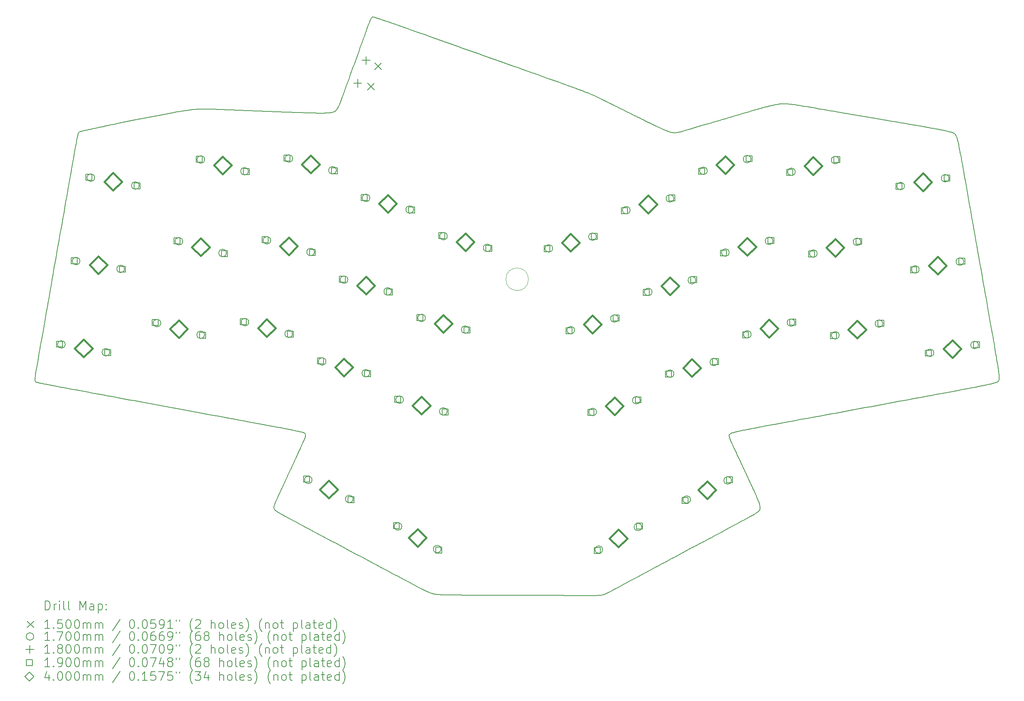
<source format=gbr>
%FSLAX45Y45*%
G04 Gerber Fmt 4.5, Leading zero omitted, Abs format (unit mm)*
G04 Created by KiCad (PCBNEW (6.0.4)) date 2022-12-01 16:18:11*
%MOMM*%
%LPD*%
G01*
G04 APERTURE LIST*
%ADD10C,0.200000*%
%TA.AperFunction,Profile*%
%ADD11C,0.200000*%
%TD*%
%TA.AperFunction,Profile*%
%ADD12C,0.100000*%
%TD*%
%ADD13C,0.150000*%
%ADD14C,0.170000*%
%ADD15C,0.180000*%
%ADD16C,0.190000*%
%ADD17C,0.400000*%
G04 APERTURE END LIST*
D10*
X5193632Y-11032620D02*
X5289821Y-11050469D01*
X5391143Y-11069263D01*
X5497256Y-11088939D01*
X5607816Y-11109433D01*
X5722482Y-11130683D01*
X5840909Y-11152624D01*
X5962755Y-11175194D01*
X6087678Y-11198329D01*
X6215334Y-11221966D01*
X6345380Y-11246042D01*
X6477474Y-11270493D01*
X6611272Y-11295257D01*
X6746433Y-11320269D01*
X6882612Y-11345468D01*
X7019467Y-11370789D01*
X7156656Y-11396169D01*
X7293835Y-11421546D01*
X7430662Y-11446855D01*
X7566793Y-11472033D01*
X7701886Y-11497018D01*
X7835598Y-11521746D01*
X7967585Y-11546153D01*
X8097506Y-11570177D01*
X8225018Y-11593754D01*
X8349776Y-11616821D01*
X8471440Y-11639315D01*
X8589664Y-11661172D01*
X8704108Y-11682330D01*
X8814428Y-11702724D01*
X8920280Y-11722292D01*
X9021323Y-11740971D01*
X9117213Y-11758696D01*
X5285514Y-5146744D02*
X5263907Y-5151462D01*
X5236446Y-5157459D01*
X5214315Y-5162294D01*
X5191913Y-5167193D01*
X5170239Y-5171954D01*
X5149730Y-5176577D01*
X5146904Y-5177234D01*
X24985711Y-6153445D02*
X24971650Y-6074154D01*
X24958405Y-5999601D01*
X24945933Y-5929633D01*
X24934187Y-5864096D01*
X24923123Y-5802839D01*
X24912695Y-5745707D01*
X24902860Y-5692550D01*
X24893570Y-5643212D01*
X24884782Y-5597543D01*
X24876450Y-5555388D01*
X24868530Y-5516595D01*
X24860975Y-5481012D01*
X24853742Y-5448485D01*
X24846785Y-5418862D01*
X24840059Y-5391989D01*
X24833518Y-5367714D01*
X24827119Y-5345885D01*
X24820815Y-5326348D01*
X24808314Y-5293539D01*
X24795655Y-5268065D01*
X24782478Y-5248704D01*
X24768422Y-5234233D01*
X24744900Y-5219021D01*
X24717372Y-5207935D01*
X16317318Y-15625389D02*
X16360203Y-15625523D01*
X16400621Y-15625644D01*
X16438656Y-15625749D01*
X16474391Y-15625834D01*
X16507912Y-15625896D01*
X16539302Y-15625929D01*
X16568645Y-15625931D01*
X16596024Y-15625898D01*
X16621525Y-15625826D01*
X16645232Y-15625712D01*
X16667227Y-15625550D01*
X16687596Y-15625339D01*
X16723791Y-15624749D01*
X16754487Y-15623912D01*
X16780359Y-15622798D01*
X16802077Y-15621376D01*
X16828338Y-15618601D01*
X16849038Y-15614962D01*
X16871909Y-15608592D01*
X16882831Y-15604688D01*
X20398687Y-13645698D02*
X20395087Y-13619935D01*
X20388439Y-13590667D01*
X20382310Y-13569057D01*
X20374820Y-13545662D01*
X20365969Y-13520391D01*
X20355753Y-13493154D01*
X20344170Y-13463858D01*
X20331218Y-13432414D01*
X20316895Y-13398730D01*
X20301200Y-13362716D01*
X20292836Y-13343806D01*
X20284128Y-13324280D01*
X20275076Y-13304126D01*
X20265680Y-13283332D01*
X20255938Y-13261887D01*
X20245852Y-13239780D01*
X20235419Y-13216999D01*
X20224642Y-13193534D01*
X20213518Y-13169372D01*
X20202048Y-13144502D01*
X9477789Y-13688576D02*
X9493606Y-13705375D01*
X9511861Y-13720091D01*
X9528307Y-13731630D01*
X9548940Y-13744997D01*
X9574419Y-13760577D01*
X9605400Y-13778752D01*
X9623160Y-13788933D01*
X9642541Y-13799906D01*
X9663627Y-13811720D01*
X9686500Y-13824423D01*
X9711241Y-13838062D01*
X9737932Y-13852685D01*
X9766657Y-13868341D01*
X9797497Y-13885077D01*
X9830535Y-13902941D01*
X9865851Y-13921981D01*
X9903530Y-13942245D01*
X9943652Y-13963780D01*
X9986301Y-13986636D01*
X10031557Y-14010859D01*
X10079504Y-14036498D01*
X10130223Y-14063601D01*
X10183797Y-14092215D01*
X8296483Y-4690445D02*
X8259031Y-4688814D01*
X8223259Y-4687253D01*
X8189067Y-4685772D01*
X8156353Y-4684380D01*
X8125019Y-4683088D01*
X8094964Y-4681904D01*
X8066087Y-4680838D01*
X8038289Y-4679901D01*
X8011468Y-4679100D01*
X7985525Y-4678447D01*
X7960359Y-4677951D01*
X7935870Y-4677621D01*
X7911957Y-4677467D01*
X7888521Y-4677499D01*
X7865461Y-4677725D01*
X7842676Y-4678157D01*
X7820067Y-4678803D01*
X7797533Y-4679673D01*
X7774974Y-4680776D01*
X7752289Y-4682123D01*
X7729379Y-4683722D01*
X7706142Y-4685585D01*
X7682479Y-4687719D01*
X7658290Y-4690134D01*
X7633473Y-4692842D01*
X7607929Y-4695850D01*
X7581557Y-4699168D01*
X7554257Y-4702807D01*
X7525929Y-4706775D01*
X7496472Y-4711083D01*
X7465787Y-4715740D01*
X7433772Y-4720755D01*
X5146904Y-5177236D02*
X5126041Y-5182663D01*
X5105431Y-5190347D01*
X5087744Y-5200509D01*
X5080000Y-5207000D01*
X4891260Y-6180435D02*
X4875545Y-6269703D01*
X4858972Y-6363886D01*
X4841598Y-6462656D01*
X4823481Y-6565685D01*
X4804677Y-6672645D01*
X4785244Y-6783207D01*
X4765239Y-6897043D01*
X4744719Y-7013826D01*
X4723742Y-7133227D01*
X4702365Y-7254918D01*
X4680645Y-7378572D01*
X4658638Y-7503859D01*
X4636403Y-7630453D01*
X4613997Y-7758024D01*
X4591476Y-7886245D01*
X4568898Y-8014788D01*
X4546321Y-8143325D01*
X4523801Y-8271527D01*
X4501395Y-8399066D01*
X4479161Y-8525615D01*
X4457157Y-8650845D01*
X4435438Y-8774428D01*
X4414063Y-8896036D01*
X4393088Y-9015341D01*
X4372572Y-9132015D01*
X4352570Y-9245730D01*
X4333141Y-9356158D01*
X4314341Y-9462970D01*
X4296228Y-9565839D01*
X4278858Y-9664436D01*
X4262290Y-9758434D01*
X4246580Y-9847504D01*
X14322097Y-15618739D02*
X14380859Y-15618949D01*
X14441178Y-15619164D01*
X14502920Y-15619381D01*
X14565955Y-15619602D01*
X14630148Y-15619825D01*
X14695368Y-15620051D01*
X14761482Y-15620278D01*
X14828357Y-15620507D01*
X14895862Y-15620737D01*
X14963863Y-15620968D01*
X15032228Y-15621198D01*
X15100825Y-15621429D01*
X15169521Y-15621659D01*
X15238183Y-15621888D01*
X15306680Y-15622116D01*
X15374877Y-15622342D01*
X15442644Y-15622566D01*
X15509848Y-15622787D01*
X15576355Y-15623006D01*
X15642033Y-15623221D01*
X15706751Y-15623432D01*
X15770375Y-15623639D01*
X15832773Y-15623841D01*
X15893813Y-15624038D01*
X15953361Y-15624230D01*
X16011286Y-15624417D01*
X16067454Y-15624596D01*
X16121734Y-15624770D01*
X16173993Y-15624936D01*
X16224099Y-15625095D01*
X16271918Y-15625246D01*
X16317318Y-15625389D01*
X10176375Y-11999392D02*
X10176917Y-12024444D01*
X10171782Y-12050591D01*
X10164393Y-12074905D01*
X10157678Y-12093763D01*
X10149469Y-12114994D01*
X10139708Y-12138815D01*
X10128342Y-12165444D01*
X10115315Y-12195098D01*
X10100572Y-12227996D01*
X10084057Y-12264355D01*
X10075118Y-12283900D01*
X10065715Y-12304392D01*
X10055842Y-12325858D01*
X10045491Y-12348326D01*
X10034656Y-12371822D01*
X10023330Y-12396373D01*
X11689616Y-2609477D02*
X11669411Y-2614849D01*
X11654957Y-2632582D01*
X11644668Y-2652143D01*
X11632281Y-2680245D01*
X11622501Y-2704470D01*
X11611253Y-2733612D01*
X11598322Y-2768119D01*
X11591158Y-2787525D01*
X11583493Y-2808439D01*
X11575301Y-2830919D01*
X11566553Y-2855020D01*
X11557225Y-2880799D01*
X11547288Y-2908311D01*
X11536715Y-2937612D01*
X11525481Y-2968760D01*
X7433772Y-4720755D02*
X7400358Y-4726134D01*
X7365591Y-4731863D01*
X7329547Y-4737926D01*
X7292304Y-4744305D01*
X7253937Y-4750982D01*
X7214523Y-4757940D01*
X7174139Y-4765162D01*
X7132861Y-4772630D01*
X7090765Y-4780327D01*
X7047929Y-4788235D01*
X7004427Y-4796337D01*
X6960338Y-4804616D01*
X6915737Y-4813054D01*
X6870701Y-4821633D01*
X6825306Y-4830336D01*
X6779629Y-4839147D01*
X6733746Y-4848046D01*
X6687734Y-4857018D01*
X6641669Y-4866044D01*
X6595628Y-4875107D01*
X6549687Y-4884190D01*
X6503923Y-4893275D01*
X6458412Y-4902344D01*
X6413230Y-4911381D01*
X6368455Y-4920368D01*
X6324162Y-4929288D01*
X6280428Y-4938122D01*
X6237330Y-4946855D01*
X6194943Y-4955467D01*
X6153345Y-4963942D01*
X6112612Y-4972263D01*
X6072820Y-4980412D01*
X9117213Y-11758696D02*
X9207692Y-11775423D01*
X9292838Y-11791172D01*
X9372815Y-11805981D01*
X9447785Y-11819890D01*
X9517911Y-11832936D01*
X9583357Y-11845158D01*
X9644286Y-11856594D01*
X9700860Y-11867283D01*
X9753244Y-11877262D01*
X9801599Y-11886571D01*
X9846089Y-11895248D01*
X9886877Y-11903331D01*
X9924127Y-11910858D01*
X9958001Y-11917868D01*
X9988662Y-11924400D01*
X10016273Y-11930491D01*
X10040998Y-11936181D01*
X10062999Y-11941506D01*
X10082440Y-11946507D01*
X10114293Y-11955686D01*
X10137861Y-11964026D01*
X10160534Y-11975631D01*
X10173944Y-11991032D01*
X10176375Y-11999392D01*
X24751383Y-11029485D02*
X24837108Y-11013528D01*
X24917799Y-10998478D01*
X24993611Y-10984297D01*
X25064700Y-10970943D01*
X25131219Y-10958377D01*
X25193325Y-10946557D01*
X25251173Y-10935444D01*
X25304917Y-10924997D01*
X25354713Y-10915177D01*
X25400716Y-10905941D01*
X25443081Y-10897251D01*
X25481963Y-10889066D01*
X25517518Y-10881346D01*
X25549900Y-10874050D01*
X25579264Y-10867137D01*
X25605766Y-10860569D01*
X25629561Y-10854303D01*
X25650803Y-10848301D01*
X25686253Y-10836923D01*
X25713355Y-10826113D01*
X25733352Y-10815548D01*
X25752738Y-10799454D01*
X25763116Y-10782097D01*
X25767099Y-10769285D01*
D11*
X5146904Y-5177234D02*
X5146904Y-5177234D01*
D10*
X13193263Y-15606179D02*
X13228998Y-15607756D01*
X13268419Y-15609171D01*
X13289577Y-15609823D01*
X13311733Y-15610438D01*
X13334913Y-15611019D01*
X13359143Y-15611567D01*
X13384448Y-15612084D01*
X13410854Y-15612571D01*
X13438387Y-15613030D01*
X13467071Y-15613462D01*
X13496933Y-15613868D01*
X13527999Y-15614251D01*
X13560293Y-15614611D01*
X13593842Y-15614950D01*
X13628670Y-15615270D01*
X13664804Y-15615571D01*
X13702270Y-15615856D01*
X13741092Y-15616127D01*
X13781296Y-15616383D01*
X13822908Y-15616628D01*
X13865954Y-15616862D01*
X13910459Y-15617087D01*
X13956449Y-15617305D01*
X14003949Y-15617516D01*
X14052985Y-15617723D01*
X14103582Y-15617926D01*
X14155766Y-15618128D01*
X14209563Y-15618330D01*
X14264998Y-15618533D01*
X14322097Y-15618739D01*
X12419272Y-15283134D02*
X12470279Y-15310247D01*
X12518317Y-15335760D01*
X12563510Y-15359723D01*
X12605982Y-15382186D01*
X12645857Y-15403200D01*
X12683258Y-15422814D01*
X12718310Y-15441080D01*
X12751136Y-15458047D01*
X12781860Y-15473765D01*
X12810606Y-15488285D01*
X12837498Y-15501657D01*
X12862660Y-15513931D01*
X12886215Y-15525157D01*
X12908287Y-15535385D01*
X12929001Y-15544667D01*
X12948480Y-15553051D01*
X12984229Y-15567329D01*
X13016524Y-15578622D01*
X13046357Y-15587331D01*
X13074718Y-15593858D01*
X13102598Y-15598604D01*
X13130989Y-15601972D01*
X13160880Y-15604363D01*
X13193263Y-15606179D01*
X20202048Y-13144502D02*
X20190235Y-13118925D01*
X20178102Y-13092683D01*
X20165675Y-13065832D01*
X20152978Y-13038425D01*
X20140038Y-13010519D01*
X20126881Y-12982166D01*
X20113533Y-12953423D01*
X20100019Y-12924344D01*
X20086366Y-12894984D01*
X20072598Y-12865396D01*
X20058743Y-12835636D01*
X20044826Y-12805759D01*
X20030872Y-12775819D01*
X20016908Y-12745871D01*
X20002959Y-12715970D01*
X19989052Y-12686170D01*
X19975211Y-12656526D01*
X19961464Y-12627092D01*
X19947836Y-12597924D01*
X19934352Y-12569076D01*
X19921039Y-12540602D01*
X19907922Y-12512558D01*
X19895028Y-12484998D01*
X19882382Y-12457976D01*
X19870009Y-12431548D01*
X19857937Y-12405768D01*
X19846190Y-12380691D01*
X19834794Y-12356371D01*
X19823776Y-12332864D01*
X19813161Y-12310223D01*
X19802976Y-12288504D01*
X19793245Y-12267760D01*
X19745193Y-4858248D02*
X19709823Y-4868714D01*
X19674424Y-4879175D01*
X19639030Y-4889624D01*
X19603672Y-4900050D01*
X19568384Y-4910445D01*
X19533198Y-4920800D01*
X19498147Y-4931107D01*
X19463262Y-4941357D01*
X19428576Y-4951541D01*
X19394122Y-4961650D01*
X19359932Y-4971675D01*
X19326039Y-4981607D01*
X19292476Y-4991439D01*
X19259274Y-5001160D01*
X19226466Y-5010762D01*
X19194085Y-5020237D01*
X19162163Y-5029575D01*
X19130732Y-5038768D01*
X19099826Y-5047807D01*
X19069476Y-5056683D01*
X19039716Y-5065388D01*
X19010577Y-5073912D01*
X18982092Y-5082246D01*
X18954293Y-5090383D01*
X18927214Y-5098313D01*
X18900886Y-5106027D01*
X18875342Y-5113517D01*
X18850615Y-5120774D01*
X18826736Y-5127788D01*
X18803739Y-5134552D01*
X18781656Y-5141056D01*
X18760519Y-5147292D01*
X9896948Y-4754021D02*
X9851370Y-4752328D01*
X9804522Y-4750578D01*
X9756502Y-4748776D01*
X9707408Y-4746923D01*
X9657340Y-4745026D01*
X9606395Y-4743086D01*
X9554672Y-4741109D01*
X9502269Y-4739098D01*
X9449284Y-4737056D01*
X9395817Y-4734988D01*
X9341964Y-4732897D01*
X9287826Y-4730787D01*
X9233500Y-4728662D01*
X9179084Y-4726525D01*
X9124677Y-4724381D01*
X9070378Y-4722233D01*
X9016284Y-4720085D01*
X8962495Y-4717941D01*
X8909108Y-4715805D01*
X8856222Y-4713680D01*
X8803935Y-4711570D01*
X8752347Y-4709479D01*
X8701554Y-4707411D01*
X8651656Y-4705369D01*
X8602751Y-4703357D01*
X8554937Y-4701380D01*
X8508313Y-4699441D01*
X8462977Y-4697543D01*
X8419028Y-4695691D01*
X8376563Y-4693888D01*
X8335682Y-4692138D01*
X8296483Y-4690445D01*
X25767099Y-10769285D02*
X25770990Y-10746980D01*
X25772349Y-10717988D01*
X25771601Y-10693163D01*
X25769353Y-10662694D01*
X25765458Y-10625512D01*
X25762845Y-10604069D01*
X25759765Y-10580548D01*
X25756198Y-10554813D01*
X25752125Y-10526733D01*
X25747528Y-10496172D01*
X25742388Y-10462998D01*
X25736687Y-10427077D01*
X25730406Y-10388275D01*
X25723526Y-10346459D01*
X25716028Y-10301495D01*
X25707894Y-10253250D01*
X25699105Y-10201589D01*
X25689643Y-10146380D01*
X25679488Y-10087488D01*
X25668623Y-10024780D01*
X25657027Y-9958123D01*
X25644684Y-9887383D01*
X25631573Y-9812426D01*
X25617677Y-9733119D01*
X25602976Y-9649328D01*
X14449974Y-3571971D02*
X14376759Y-3545986D01*
X14302862Y-3519756D01*
X14228386Y-3493317D01*
X14153432Y-3466707D01*
X14078103Y-3439963D01*
X14002499Y-3413120D01*
X13926725Y-3386216D01*
X13850880Y-3359287D01*
X13775069Y-3332370D01*
X13699392Y-3305501D01*
X13623952Y-3278718D01*
X13548850Y-3252057D01*
X13474189Y-3225555D01*
X13400071Y-3199248D01*
X13326598Y-3173173D01*
X13253872Y-3147367D01*
X13181995Y-3121866D01*
X13111069Y-3096707D01*
X13041196Y-3071927D01*
X12972479Y-3047562D01*
X12905018Y-3023649D01*
X12838917Y-3000225D01*
X12774277Y-2977327D01*
X12711201Y-2954991D01*
X12649789Y-2933253D01*
X12590146Y-2912151D01*
X12532372Y-2891722D01*
X12476569Y-2872001D01*
X12422840Y-2853025D01*
X12371287Y-2834832D01*
X12322012Y-2817458D01*
X12275116Y-2800939D01*
X16884322Y-4482732D02*
X16863024Y-4472224D01*
X16842595Y-4462165D01*
X16822956Y-4452520D01*
X16804022Y-4443258D01*
X16785712Y-4434345D01*
X16750634Y-4417435D01*
X16717063Y-4401527D01*
X16684342Y-4386358D01*
X16651810Y-4371665D01*
X16618811Y-4357185D01*
X16584686Y-4342655D01*
X16548776Y-4327811D01*
X16529946Y-4320189D01*
X16510423Y-4312390D01*
X16490125Y-4304381D01*
X16468969Y-4296129D01*
X16446873Y-4287602D01*
X16423754Y-4278766D01*
X16399531Y-4269588D01*
X16374121Y-4260036D01*
X16347442Y-4250077D01*
X16319412Y-4239677D01*
X16289948Y-4228805D01*
X16258967Y-4217426D01*
X16226389Y-4205508D01*
X16226389Y-4205508D02*
X16192148Y-4193026D01*
X16156254Y-4179981D01*
X16118736Y-4166383D01*
X16079622Y-4152240D01*
X16038939Y-4137561D01*
X15996715Y-4122356D01*
X15952980Y-4106634D01*
X15907759Y-4090404D01*
X15861083Y-4073674D01*
X15812978Y-4056454D01*
X15763472Y-4038754D01*
X15712594Y-4020581D01*
X15660372Y-4001945D01*
X15606833Y-3982856D01*
X15552006Y-3963321D01*
X15495919Y-3943351D01*
X15438599Y-3922955D01*
X15380075Y-3902141D01*
X15320375Y-3880918D01*
X15259526Y-3859296D01*
X15197558Y-3837283D01*
X15134497Y-3814889D01*
X15070371Y-3792123D01*
X15005210Y-3768993D01*
X14939040Y-3745510D01*
X14871890Y-3721681D01*
X14803787Y-3697517D01*
X14734761Y-3673025D01*
X14664838Y-3648216D01*
X14594048Y-3623098D01*
X14522417Y-3597680D01*
X14449974Y-3571971D01*
X4246580Y-9847504D02*
X4231773Y-9931400D01*
X4217859Y-10010203D01*
X4204816Y-10084077D01*
X4192621Y-10153184D01*
X4181253Y-10217687D01*
X4170690Y-10277750D01*
X4160908Y-10333535D01*
X4151886Y-10385206D01*
X4143602Y-10432926D01*
X4136032Y-10476858D01*
X4129156Y-10517165D01*
X4122950Y-10554010D01*
X4117392Y-10587556D01*
X4112461Y-10617966D01*
X4108133Y-10645404D01*
X4104387Y-10670033D01*
X4101200Y-10692015D01*
X4096415Y-10728692D01*
X4093600Y-10756741D01*
X4092577Y-10777466D01*
X4094013Y-10797677D01*
X4105372Y-10815086D01*
X12275116Y-2800939D02*
X12230674Y-2785302D01*
X12188641Y-2770533D01*
X12148945Y-2756608D01*
X12111515Y-2743501D01*
X12076277Y-2731188D01*
X12043160Y-2719645D01*
X12012091Y-2708848D01*
X11982998Y-2698771D01*
X11955809Y-2689391D01*
X11930451Y-2680682D01*
X11906852Y-2672621D01*
X11884940Y-2665183D01*
X11864643Y-2658343D01*
X11828603Y-2646360D01*
X11798153Y-2636476D01*
X11772716Y-2628495D01*
X11751714Y-2622222D01*
X11727258Y-2615584D01*
X11704773Y-2610880D01*
X11689616Y-2609477D01*
X21584458Y-4649790D02*
X21533565Y-4641085D01*
X21485324Y-4632850D01*
X21439622Y-4625079D01*
X21396347Y-4617772D01*
X21355388Y-4610923D01*
X21316632Y-4604530D01*
X21279967Y-4598590D01*
X21245280Y-4593099D01*
X21212461Y-4588055D01*
X21181397Y-4583453D01*
X21151975Y-4579291D01*
X21124084Y-4575565D01*
X21097611Y-4572273D01*
X21072445Y-4569410D01*
X21048473Y-4566974D01*
X21025584Y-4564962D01*
X21003665Y-4563369D01*
X20982604Y-4562194D01*
X20962289Y-4561432D01*
X20923449Y-4561136D01*
X20886249Y-4562455D01*
X20849791Y-4565364D01*
X20813179Y-4569837D01*
X20775517Y-4575848D01*
X20735907Y-4583370D01*
X20715092Y-4587690D01*
X9577568Y-13361825D02*
X9567171Y-13384234D01*
X9557320Y-13405469D01*
X9548009Y-13425568D01*
X9539229Y-13444571D01*
X9523232Y-13479442D01*
X9509268Y-13510390D01*
X9497275Y-13537726D01*
X9487191Y-13561759D01*
X9478954Y-13582800D01*
X9469929Y-13609425D01*
X9464714Y-13631059D01*
X9463327Y-13653944D01*
X9469846Y-13676458D01*
X9477789Y-13688576D01*
X11031667Y-4334881D02*
X11019859Y-4367456D01*
X11008663Y-4398268D01*
X10998039Y-4427369D01*
X10987946Y-4454810D01*
X10978341Y-4480642D01*
X10969184Y-4504919D01*
X10960433Y-4527690D01*
X10952047Y-4549009D01*
X10943985Y-4568926D01*
X10936206Y-4587494D01*
X10921330Y-4620788D01*
X10907088Y-4649304D01*
X10893151Y-4673456D01*
X10879188Y-4693657D01*
X10864869Y-4710321D01*
X10849864Y-4723863D01*
X10825347Y-4739224D01*
X10797427Y-4749885D01*
X10776374Y-4755070D01*
X10752983Y-4759201D01*
X10023330Y-12396373D02*
X10011513Y-12421991D01*
X9999230Y-12448620D01*
X9986515Y-12476189D01*
X9973400Y-12504625D01*
X9959919Y-12533857D01*
X9946104Y-12563813D01*
X9931989Y-12594421D01*
X9917606Y-12625610D01*
X9902988Y-12657308D01*
X9888167Y-12689443D01*
X9873178Y-12721944D01*
X9858052Y-12754738D01*
X9842823Y-12787754D01*
X9827523Y-12820921D01*
X9812186Y-12854166D01*
X9796844Y-12887417D01*
X9781530Y-12920604D01*
X9766277Y-12953654D01*
X9751118Y-12986495D01*
X9736086Y-13019057D01*
X9721214Y-13051266D01*
X9706534Y-13083052D01*
X9692080Y-13114342D01*
X9677885Y-13145065D01*
X9663980Y-13175149D01*
X9650400Y-13204523D01*
X9637177Y-13233114D01*
X9624343Y-13260852D01*
X9611933Y-13287663D01*
X9599978Y-13313477D01*
X9588512Y-13338221D01*
X9577568Y-13361825D01*
X6072820Y-4980412D02*
X6034031Y-4988374D01*
X5996252Y-4996147D01*
X5959471Y-5003734D01*
X5923680Y-5011133D01*
X5888870Y-5018347D01*
X5855032Y-5025377D01*
X5822155Y-5032224D01*
X5790230Y-5038888D01*
X5759249Y-5045370D01*
X5729202Y-5051672D01*
X5700079Y-5057795D01*
X5671871Y-5063740D01*
X5644569Y-5069507D01*
X5618164Y-5075098D01*
X5592646Y-5080513D01*
X5568005Y-5085755D01*
X5544234Y-5090823D01*
X5521321Y-5095719D01*
X5499258Y-5100443D01*
X5478035Y-5104997D01*
X5457643Y-5109383D01*
X5438073Y-5113600D01*
X5401361Y-5121533D01*
X5367824Y-5128806D01*
X5337387Y-5135427D01*
X5309975Y-5141403D01*
X5285514Y-5146744D01*
X19797677Y-14054483D02*
X19848528Y-14027342D01*
X19896485Y-14001739D01*
X19941632Y-13977612D01*
X19984050Y-13954900D01*
X20023822Y-13933542D01*
X20061030Y-13913477D01*
X20095758Y-13894645D01*
X20128086Y-13876983D01*
X20158098Y-13860431D01*
X20185877Y-13844929D01*
X20211504Y-13830414D01*
X20235062Y-13816826D01*
X20256633Y-13804104D01*
X20276301Y-13792187D01*
X20294147Y-13781013D01*
X20324703Y-13760653D01*
X20348961Y-13742535D01*
X20367582Y-13726171D01*
X20381224Y-13711073D01*
X20393795Y-13689730D01*
X20398874Y-13668488D01*
X20398687Y-13645698D01*
X24717372Y-5207935D02*
X24696178Y-5200985D01*
X24672203Y-5193934D01*
X24644991Y-5186680D01*
X24614082Y-5179120D01*
X24579019Y-5171153D01*
X24539343Y-5162678D01*
X24517633Y-5158218D01*
X24494598Y-5153592D01*
X24470181Y-5148788D01*
X24444324Y-5143794D01*
X24416971Y-5138596D01*
X24388064Y-5133181D01*
X24357545Y-5127538D01*
X24325359Y-5121653D01*
X24291446Y-5115513D01*
X24255751Y-5109107D01*
X24218216Y-5102420D01*
X24178783Y-5095441D01*
X24137396Y-5088156D01*
X24093997Y-5080553D01*
X24048528Y-5072620D01*
X24000933Y-5064342D01*
X23951155Y-5055709D01*
X23899135Y-5046707D01*
X23844817Y-5037322D01*
X23788144Y-5027544D01*
X16882831Y-15604688D02*
X16907030Y-15594860D01*
X16929933Y-15584426D01*
X16948751Y-15575349D01*
X16971208Y-15564164D01*
X16997990Y-15550517D01*
X17029782Y-15534057D01*
X17047771Y-15524661D01*
X17067270Y-15514428D01*
X17088364Y-15503316D01*
X17111138Y-15491280D01*
X17135680Y-15478275D01*
X17162074Y-15464257D01*
X17190406Y-15449183D01*
X17220761Y-15433009D01*
X17253226Y-15415689D01*
X17287886Y-15397180D01*
X17324827Y-15377438D01*
X17364134Y-15356419D01*
X17405893Y-15334079D01*
X17450190Y-15310373D01*
X17497110Y-15285257D01*
X17546740Y-15258687D01*
X17599165Y-15230620D01*
X18372420Y-5196093D02*
X18350206Y-5189112D01*
X18326483Y-5180912D01*
X18301182Y-5171488D01*
X18274231Y-5160835D01*
X18245560Y-5148947D01*
X18215100Y-5135819D01*
X18182778Y-5121445D01*
X18148526Y-5105821D01*
X18112273Y-5088941D01*
X18093374Y-5080028D01*
X18073948Y-5070799D01*
X18053987Y-5061253D01*
X18033481Y-5051389D01*
X18012422Y-5041208D01*
X17990801Y-5030708D01*
X17968610Y-5019888D01*
X17945839Y-5008748D01*
X17922480Y-4997288D01*
X17898523Y-4985506D01*
X17873961Y-4973401D01*
X17848784Y-4960974D01*
X17822984Y-4948224D01*
X17796551Y-4935149D01*
X18760519Y-5147292D02*
X18740348Y-5153252D01*
X18721115Y-5158934D01*
X18685293Y-5169461D01*
X18652717Y-5178866D01*
X18623053Y-5187143D01*
X18595966Y-5194285D01*
X18571122Y-5200285D01*
X18548186Y-5205138D01*
X18526824Y-5208836D01*
X18506701Y-5211374D01*
X18478107Y-5212990D01*
X18450418Y-5211958D01*
X18422505Y-5208256D01*
X18393239Y-5201862D01*
X18372420Y-5196093D01*
X19793245Y-12267760D02*
X19783991Y-12248034D01*
X19775220Y-12229307D01*
X19759135Y-12194725D01*
X19745005Y-12163765D01*
X19732847Y-12136174D01*
X19722678Y-12111702D01*
X19714512Y-12090098D01*
X19706058Y-12062517D01*
X19702206Y-12039975D01*
X19704321Y-12016290D01*
X19714845Y-11998045D01*
X19733906Y-11983229D01*
X19746679Y-11976478D01*
X20984937Y-11725854D02*
X21080809Y-11708158D01*
X21181232Y-11689623D01*
X21285891Y-11670307D01*
X21394471Y-11650268D01*
X21506658Y-11629562D01*
X21622139Y-11608249D01*
X21740598Y-11586384D01*
X21861723Y-11564027D01*
X21985198Y-11541234D01*
X22110710Y-11518064D01*
X22237945Y-11494574D01*
X22366587Y-11470821D01*
X22496324Y-11446864D01*
X22626841Y-11422760D01*
X22757823Y-11398567D01*
X22888958Y-11374341D01*
X23019929Y-11350142D01*
X23150424Y-11326027D01*
X23280129Y-11302053D01*
X23408728Y-11278278D01*
X23535908Y-11254759D01*
X23661356Y-11231555D01*
X23784755Y-11208723D01*
X23905793Y-11186320D01*
X24024156Y-11164405D01*
X24139528Y-11143034D01*
X24251597Y-11122267D01*
X24360047Y-11102159D01*
X24464565Y-11082770D01*
X24564836Y-11064156D01*
X24660547Y-11046375D01*
X24751383Y-11029485D01*
X4105372Y-10815086D02*
X4124519Y-10824371D01*
X4147011Y-10831199D01*
X4169338Y-10836819D01*
X4199068Y-10843598D01*
X4237520Y-10851798D01*
X4260429Y-10856512D01*
X4286013Y-10861679D01*
X4314436Y-10867332D01*
X4345864Y-10873504D01*
X4380462Y-10880226D01*
X4418394Y-10887532D01*
X4459824Y-10895455D01*
X4504919Y-10904026D01*
X4553842Y-10913280D01*
X4606758Y-10923247D01*
X4663833Y-10933961D01*
X4725231Y-10945455D01*
X4791117Y-10957762D01*
X4861655Y-10970913D01*
X4937011Y-10984941D01*
X5017349Y-10999880D01*
X5102835Y-11015762D01*
X5193632Y-11032620D01*
X19746679Y-11976478D02*
X19770534Y-11966481D01*
X19790966Y-11959562D01*
X19816279Y-11952171D01*
X19847555Y-11944077D01*
X19885872Y-11935049D01*
X19908009Y-11930113D01*
X19932310Y-11924857D01*
X19958912Y-11919252D01*
X19987950Y-11913270D01*
X20019557Y-11906881D01*
X20053869Y-11900057D01*
X20091022Y-11892768D01*
X20131149Y-11884987D01*
X20174386Y-11876684D01*
X20220869Y-11867831D01*
X20270731Y-11858398D01*
X20324108Y-11848356D01*
X20381135Y-11837678D01*
X20441946Y-11826333D01*
X20506677Y-11814294D01*
X20575463Y-11801531D01*
X20648439Y-11788016D01*
X20725739Y-11773720D01*
X20807499Y-11758613D01*
X20893853Y-11742667D01*
X20984937Y-11725854D01*
X10752983Y-4759201D02*
X10726950Y-4762626D01*
X10698073Y-4765435D01*
X10666177Y-4767652D01*
X10631086Y-4769304D01*
X10592624Y-4770414D01*
X10572075Y-4770774D01*
X10550618Y-4771008D01*
X10528230Y-4771119D01*
X10504890Y-4771110D01*
X10480576Y-4770985D01*
X10455266Y-4770746D01*
X10428937Y-4770397D01*
X10401569Y-4769940D01*
X10373140Y-4769379D01*
X10343626Y-4768717D01*
X10313007Y-4767957D01*
X10281260Y-4767102D01*
X10248363Y-4766156D01*
X10214295Y-4765120D01*
X10179034Y-4764000D01*
X10142557Y-4762797D01*
X10104843Y-4761514D01*
X10065870Y-4760155D01*
X10025616Y-4758724D01*
X9984059Y-4757222D01*
X9941177Y-4755654D01*
X9896948Y-4754021D01*
X5080000Y-5207000D02*
X5069396Y-5224519D01*
X5063002Y-5245091D01*
X5057770Y-5266146D01*
X5051472Y-5294584D01*
X5043862Y-5331700D01*
X5039487Y-5353916D01*
X5034692Y-5378787D01*
X5029446Y-5406474D01*
X5023716Y-5437140D01*
X5017473Y-5470945D01*
X5010686Y-5508053D01*
X5003324Y-5548624D01*
X4995355Y-5592821D01*
X4986749Y-5640805D01*
X4977476Y-5692738D01*
X4967503Y-5748782D01*
X4956801Y-5809099D01*
X4945338Y-5873850D01*
X4933083Y-5943197D01*
X4920006Y-6017303D01*
X4906075Y-6096328D01*
X4891260Y-6180435D01*
X25602976Y-9649328D02*
X25587465Y-9560991D01*
X25571184Y-9468334D01*
X25554184Y-9371655D01*
X25536520Y-9271249D01*
X25518244Y-9167415D01*
X25499408Y-9060450D01*
X25480064Y-8950649D01*
X25460267Y-8838312D01*
X25440067Y-8723734D01*
X25419519Y-8607212D01*
X25398674Y-8489045D01*
X25377586Y-8369529D01*
X25356306Y-8248960D01*
X25334888Y-8127637D01*
X25313384Y-8005857D01*
X25291847Y-7883915D01*
X25270330Y-7762111D01*
X25248884Y-7640739D01*
X25227564Y-7520099D01*
X25206420Y-7400486D01*
X25185507Y-7282198D01*
X25164877Y-7165532D01*
X25144582Y-7050785D01*
X25124676Y-6938255D01*
X25105210Y-6828237D01*
X25086237Y-6721030D01*
X25067810Y-6616931D01*
X25049982Y-6516236D01*
X25032806Y-6419243D01*
X25016333Y-6326249D01*
X25000617Y-6237550D01*
X24985711Y-6153445D01*
X20715092Y-4587690D02*
X20693476Y-4592376D01*
X20671062Y-4597419D01*
X20647872Y-4602808D01*
X20623930Y-4608531D01*
X20599261Y-4614577D01*
X20573889Y-4620934D01*
X20547836Y-4627591D01*
X20521127Y-4634537D01*
X20493786Y-4641759D01*
X20465836Y-4649248D01*
X20437302Y-4656991D01*
X20408206Y-4664978D01*
X20378574Y-4673196D01*
X20348428Y-4681634D01*
X20317793Y-4690282D01*
X20286692Y-4699127D01*
X20255150Y-4708158D01*
X20223189Y-4717364D01*
X20190835Y-4726734D01*
X20158110Y-4736256D01*
X20125038Y-4745919D01*
X20091644Y-4755711D01*
X20057951Y-4765621D01*
X20023983Y-4775638D01*
X19989763Y-4785750D01*
X19955316Y-4795946D01*
X19920666Y-4806214D01*
X19885836Y-4816544D01*
X19850849Y-4826924D01*
X19815731Y-4837342D01*
X19780504Y-4847787D01*
X19745193Y-4858248D01*
X11525481Y-2968760D02*
X11513570Y-3001779D01*
X11501012Y-3036585D01*
X11487849Y-3073059D01*
X11474123Y-3111086D01*
X11459877Y-3150551D01*
X11445151Y-3191336D01*
X11429989Y-3233325D01*
X11414432Y-3276403D01*
X11398521Y-3320454D01*
X11382300Y-3365361D01*
X11365810Y-3411008D01*
X11349092Y-3457278D01*
X11332190Y-3504057D01*
X11315144Y-3551227D01*
X11297997Y-3598673D01*
X11280791Y-3646278D01*
X11263567Y-3693927D01*
X11246368Y-3741503D01*
X11229236Y-3788890D01*
X11212212Y-3835971D01*
X11195338Y-3882632D01*
X11178658Y-3928755D01*
X11162211Y-3974224D01*
X11146041Y-4018924D01*
X11130190Y-4062738D01*
X11114698Y-4105551D01*
X11099609Y-4147245D01*
X11084965Y-4187705D01*
X11070806Y-4226815D01*
X11057176Y-4264458D01*
X11044115Y-4300519D01*
X11031667Y-4334881D01*
X10183797Y-14092215D02*
X10240263Y-14122363D01*
X10299477Y-14153970D01*
X10361250Y-14186936D01*
X10425395Y-14221161D01*
X10491723Y-14256543D01*
X10560046Y-14292984D01*
X10630174Y-14330381D01*
X10701921Y-14368636D01*
X10775096Y-14407648D01*
X10849513Y-14447316D01*
X10924981Y-14487541D01*
X11001314Y-14528222D01*
X11078323Y-14569258D01*
X11155819Y-14610550D01*
X11233613Y-14651996D01*
X11311518Y-14693498D01*
X11389345Y-14734954D01*
X11466906Y-14776264D01*
X11544012Y-14817328D01*
X11620475Y-14858046D01*
X11696106Y-14898317D01*
X11770716Y-14938042D01*
X11844119Y-14977118D01*
X11916124Y-15015448D01*
X11986545Y-15052929D01*
X12055191Y-15089462D01*
X12121876Y-15124947D01*
X12186409Y-15159283D01*
X12248604Y-15192370D01*
X12308272Y-15224108D01*
X12365224Y-15254396D01*
X12419272Y-15283134D01*
X17599165Y-15230620D02*
X17654425Y-15201034D01*
X17712382Y-15170005D01*
X17772854Y-15137630D01*
X17835657Y-15104007D01*
X17900609Y-15069235D01*
X17967525Y-15033412D01*
X18036224Y-14996635D01*
X18106522Y-14959004D01*
X18178237Y-14920615D01*
X18251185Y-14881568D01*
X18325183Y-14841960D01*
X18400048Y-14801890D01*
X18475598Y-14761456D01*
X18551649Y-14720755D01*
X18628019Y-14679886D01*
X18704524Y-14638947D01*
X18780981Y-14598036D01*
X18857207Y-14557252D01*
X18933020Y-14516692D01*
X19008236Y-14476454D01*
X19082672Y-14436637D01*
X19156146Y-14397339D01*
X19228474Y-14358658D01*
X19299473Y-14320692D01*
X19368961Y-14283540D01*
X19436754Y-14247298D01*
X19502670Y-14212066D01*
X19566524Y-14177942D01*
X19628135Y-14145023D01*
X19687320Y-14113408D01*
X19743895Y-14083195D01*
X19797677Y-14054483D01*
X17796551Y-4935149D02*
X17769487Y-4921753D01*
X17741832Y-4908058D01*
X17713635Y-4894088D01*
X17684947Y-4879869D01*
X17655817Y-4865426D01*
X17626295Y-4850784D01*
X17596431Y-4835968D01*
X17566275Y-4821004D01*
X17535876Y-4805916D01*
X17505285Y-4790730D01*
X17474550Y-4775471D01*
X17443722Y-4760164D01*
X17412851Y-4744834D01*
X17381987Y-4729507D01*
X17351179Y-4714207D01*
X17320477Y-4698960D01*
X17289931Y-4683791D01*
X17259591Y-4668725D01*
X17229506Y-4653788D01*
X17199726Y-4639004D01*
X17170302Y-4624398D01*
X17141283Y-4609997D01*
X17112718Y-4595824D01*
X17084659Y-4581906D01*
X17057153Y-4568267D01*
X17030252Y-4554933D01*
X17004005Y-4541928D01*
X16978461Y-4529278D01*
X16953672Y-4517009D01*
X16929685Y-4505144D01*
X16906552Y-4493710D01*
X16884322Y-4482732D01*
X23788144Y-5027544D02*
X23729094Y-5017365D01*
X23667794Y-5006806D01*
X23604405Y-4995895D01*
X23539088Y-4984660D01*
X23472006Y-4973127D01*
X23403320Y-4961324D01*
X23333193Y-4949279D01*
X23261785Y-4937020D01*
X23189258Y-4924573D01*
X23115775Y-4911966D01*
X23041497Y-4899227D01*
X22966585Y-4886383D01*
X22891202Y-4873461D01*
X22815510Y-4860490D01*
X22739669Y-4847496D01*
X22663842Y-4834507D01*
X22588190Y-4821551D01*
X22512876Y-4808655D01*
X22438060Y-4795846D01*
X22363906Y-4783152D01*
X22290573Y-4770600D01*
X22218225Y-4758219D01*
X22147023Y-4746034D01*
X22077128Y-4734075D01*
X22008703Y-4722368D01*
X21941909Y-4710940D01*
X21876908Y-4699820D01*
X21813862Y-4689035D01*
X21752932Y-4678611D01*
X21694280Y-4668578D01*
X21638068Y-4658962D01*
X21584458Y-4649790D01*
D12*
X15189200Y-8509000D02*
G75*
G03*
X15189200Y-8509000I-254000J0D01*
G01*
D10*
D13*
X11571172Y-4096562D02*
X11721172Y-4246562D01*
X11721172Y-4096562D02*
X11571172Y-4246562D01*
X11737052Y-3640811D02*
X11887052Y-3790811D01*
X11887052Y-3640811D02*
X11737052Y-3790811D01*
D14*
X4774166Y-9975807D02*
G75*
G03*
X4774166Y-9975807I-85000J0D01*
G01*
X5104966Y-8099748D02*
G75*
G03*
X5104966Y-8099748I-85000J0D01*
G01*
X5435765Y-6223689D02*
G75*
G03*
X5435765Y-6223689I-85000J0D01*
G01*
X5774730Y-10152233D02*
G75*
G03*
X5774730Y-10152233I-85000J0D01*
G01*
X6105530Y-8276175D02*
G75*
G03*
X6105530Y-8276175I-85000J0D01*
G01*
X6436330Y-6400116D02*
G75*
G03*
X6436330Y-6400116I-85000J0D01*
G01*
X6923749Y-9495414D02*
G75*
G03*
X6923749Y-9495414I-85000J0D01*
G01*
X7416799Y-7655325D02*
G75*
G03*
X7416799Y-7655325I-85000J0D01*
G01*
X7905130Y-9758374D02*
G75*
G03*
X7905130Y-9758374I-85000J0D01*
G01*
X7909850Y-5815237D02*
G75*
G03*
X7909850Y-5815237I-85000J0D01*
G01*
X8398180Y-7918285D02*
G75*
G03*
X8398180Y-7918285I-85000J0D01*
G01*
X8891230Y-6078197D02*
G75*
G03*
X8891230Y-6078197I-85000J0D01*
G01*
X8901892Y-9473239D02*
G75*
G03*
X8901892Y-9473239I-85000J0D01*
G01*
X9394942Y-7633151D02*
G75*
G03*
X9394942Y-7633151I-85000J0D01*
G01*
X9883273Y-9736200D02*
G75*
G03*
X9883273Y-9736200I-85000J0D01*
G01*
X9887993Y-5793062D02*
G75*
G03*
X9887993Y-5793062I-85000J0D01*
G01*
X10325108Y-13023970D02*
G75*
G03*
X10325108Y-13023970I-85000J0D01*
G01*
X10376323Y-7896111D02*
G75*
G03*
X10376323Y-7896111I-85000J0D01*
G01*
X10636797Y-10358842D02*
G75*
G03*
X10636797Y-10358842I-85000J0D01*
G01*
X10869373Y-6056022D02*
G75*
G03*
X10869373Y-6056022I-85000J0D01*
G01*
X11129847Y-8518753D02*
G75*
G03*
X11129847Y-8518753I-85000J0D01*
G01*
X11245917Y-13453350D02*
G75*
G03*
X11245917Y-13453350I-85000J0D01*
G01*
X11618177Y-10621802D02*
G75*
G03*
X11618177Y-10621802I-85000J0D01*
G01*
X11622897Y-6678665D02*
G75*
G03*
X11622897Y-6678665I-85000J0D01*
G01*
X12111228Y-8781714D02*
G75*
G03*
X12111228Y-8781714I-85000J0D01*
G01*
X12342020Y-14071823D02*
G75*
G03*
X12342020Y-14071823I-85000J0D01*
G01*
X12378275Y-11219910D02*
G75*
G03*
X12378275Y-11219910I-85000J0D01*
G01*
X12604278Y-6941625D02*
G75*
G03*
X12604278Y-6941625I-85000J0D01*
G01*
X12871326Y-9379821D02*
G75*
G03*
X12871326Y-9379821I-85000J0D01*
G01*
X13221902Y-14579823D02*
G75*
G03*
X13221902Y-14579823I-85000J0D01*
G01*
X13359656Y-11482870D02*
G75*
G03*
X13359656Y-11482870I-85000J0D01*
G01*
X13364376Y-7539733D02*
G75*
G03*
X13364376Y-7539733I-85000J0D01*
G01*
X13852706Y-9642782D02*
G75*
G03*
X13852706Y-9642782I-85000J0D01*
G01*
X14345756Y-7802693D02*
G75*
G03*
X14345756Y-7802693I-85000J0D01*
G01*
X15732357Y-7814983D02*
G75*
G03*
X15732357Y-7814983I-85000J0D01*
G01*
X16225407Y-9655071D02*
G75*
G03*
X16225407Y-9655071I-85000J0D01*
G01*
X16713738Y-7552022D02*
G75*
G03*
X16713738Y-7552022I-85000J0D01*
G01*
X16718458Y-11495160D02*
G75*
G03*
X16718458Y-11495160I-85000J0D01*
G01*
X16856212Y-14592113D02*
G75*
G03*
X16856212Y-14592113I-85000J0D01*
G01*
X17206788Y-9392111D02*
G75*
G03*
X17206788Y-9392111I-85000J0D01*
G01*
X17473836Y-6953915D02*
G75*
G03*
X17473836Y-6953915I-85000J0D01*
G01*
X17699838Y-11232200D02*
G75*
G03*
X17699838Y-11232200I-85000J0D01*
G01*
X17736094Y-14084113D02*
G75*
G03*
X17736094Y-14084113I-85000J0D01*
G01*
X17966886Y-8794003D02*
G75*
G03*
X17966886Y-8794003I-85000J0D01*
G01*
X18455216Y-6690954D02*
G75*
G03*
X18455216Y-6690954I-85000J0D01*
G01*
X18459936Y-10634092D02*
G75*
G03*
X18459936Y-10634092I-85000J0D01*
G01*
X18832197Y-13465640D02*
G75*
G03*
X18832197Y-13465640I-85000J0D01*
G01*
X18948267Y-8531043D02*
G75*
G03*
X18948267Y-8531043I-85000J0D01*
G01*
X19208741Y-6068312D02*
G75*
G03*
X19208741Y-6068312I-85000J0D01*
G01*
X19441317Y-10371132D02*
G75*
G03*
X19441317Y-10371132I-85000J0D01*
G01*
X19701791Y-7908401D02*
G75*
G03*
X19701791Y-7908401I-85000J0D01*
G01*
X19753006Y-13036260D02*
G75*
G03*
X19753006Y-13036260I-85000J0D01*
G01*
X20190121Y-5805352D02*
G75*
G03*
X20190121Y-5805352I-85000J0D01*
G01*
X20194841Y-9748489D02*
G75*
G03*
X20194841Y-9748489I-85000J0D01*
G01*
X20683171Y-7645440D02*
G75*
G03*
X20683171Y-7645440I-85000J0D01*
G01*
X21176222Y-9485529D02*
G75*
G03*
X21176222Y-9485529I-85000J0D01*
G01*
X21186883Y-6090486D02*
G75*
G03*
X21186883Y-6090486I-85000J0D01*
G01*
X21679934Y-7930575D02*
G75*
G03*
X21679934Y-7930575I-85000J0D01*
G01*
X22168264Y-5827526D02*
G75*
G03*
X22168264Y-5827526I-85000J0D01*
G01*
X22172984Y-9770664D02*
G75*
G03*
X22172984Y-9770664I-85000J0D01*
G01*
X22661314Y-7667615D02*
G75*
G03*
X22661314Y-7667615I-85000J0D01*
G01*
X23154364Y-9507704D02*
G75*
G03*
X23154364Y-9507704I-85000J0D01*
G01*
X23641784Y-6412406D02*
G75*
G03*
X23641784Y-6412406I-85000J0D01*
G01*
X23972584Y-8288464D02*
G75*
G03*
X23972584Y-8288464I-85000J0D01*
G01*
X24303383Y-10164523D02*
G75*
G03*
X24303383Y-10164523I-85000J0D01*
G01*
X24642348Y-6235979D02*
G75*
G03*
X24642348Y-6235979I-85000J0D01*
G01*
X24973148Y-8112038D02*
G75*
G03*
X24973148Y-8112038I-85000J0D01*
G01*
X25303948Y-9988097D02*
G75*
G03*
X25303948Y-9988097I-85000J0D01*
G01*
D15*
X11351185Y-4006120D02*
X11351185Y-4186120D01*
X11261185Y-4096120D02*
X11441185Y-4096120D01*
X11537586Y-3493988D02*
X11537586Y-3673988D01*
X11447586Y-3583988D02*
X11627586Y-3583988D01*
D16*
X4714980Y-10035689D02*
X4714980Y-9901338D01*
X4580628Y-9901338D01*
X4580628Y-10035689D01*
X4714980Y-10035689D01*
X5045779Y-8159631D02*
X5045779Y-8025279D01*
X4911428Y-8025279D01*
X4911428Y-8159631D01*
X5045779Y-8159631D01*
X5376579Y-6283572D02*
X5376579Y-6149220D01*
X5242227Y-6149220D01*
X5242227Y-6283572D01*
X5376579Y-6283572D01*
X5798268Y-10226702D02*
X5798268Y-10092351D01*
X5663916Y-10092351D01*
X5663916Y-10226702D01*
X5798268Y-10226702D01*
X6129068Y-8350644D02*
X6129068Y-8216292D01*
X5994716Y-8216292D01*
X5994716Y-8350644D01*
X6129068Y-8350644D01*
X6459868Y-6474585D02*
X6459868Y-6340233D01*
X6325516Y-6340233D01*
X6325516Y-6474585D01*
X6459868Y-6474585D01*
X6865356Y-9551719D02*
X6865356Y-9417368D01*
X6731005Y-9417368D01*
X6731005Y-9551719D01*
X6865356Y-9551719D01*
X7358406Y-7711631D02*
X7358406Y-7577279D01*
X7224055Y-7577279D01*
X7224055Y-7711631D01*
X7358406Y-7711631D01*
X7851457Y-5871542D02*
X7851457Y-5737190D01*
X7717105Y-5737190D01*
X7717105Y-5871542D01*
X7851457Y-5871542D01*
X7927875Y-9836420D02*
X7927875Y-9702069D01*
X7793523Y-9702069D01*
X7793523Y-9836420D01*
X7927875Y-9836420D01*
X8420925Y-7996332D02*
X8420925Y-7861980D01*
X8286573Y-7861980D01*
X8286573Y-7996332D01*
X8420925Y-7996332D01*
X8843499Y-9529545D02*
X8843499Y-9395193D01*
X8709147Y-9395193D01*
X8709147Y-9529545D01*
X8843499Y-9529545D01*
X8913975Y-6156243D02*
X8913975Y-6021891D01*
X8779624Y-6021891D01*
X8779624Y-6156243D01*
X8913975Y-6156243D01*
X9336549Y-7689456D02*
X9336549Y-7555104D01*
X9202198Y-7555104D01*
X9202198Y-7689456D01*
X9336549Y-7689456D01*
X9829600Y-5849367D02*
X9829600Y-5715016D01*
X9695248Y-5715016D01*
X9695248Y-5849367D01*
X9829600Y-5849367D01*
X9906017Y-9814246D02*
X9906017Y-9679894D01*
X9771666Y-9679894D01*
X9771666Y-9814246D01*
X9906017Y-9814246D01*
X10269219Y-13073396D02*
X10269219Y-12939044D01*
X10134867Y-12939044D01*
X10134867Y-13073396D01*
X10269219Y-13073396D01*
X10399068Y-7974157D02*
X10399068Y-7839805D01*
X10264716Y-7839805D01*
X10264716Y-7974157D01*
X10399068Y-7974157D01*
X10578404Y-10415147D02*
X10578404Y-10280796D01*
X10444052Y-10280796D01*
X10444052Y-10415147D01*
X10578404Y-10415147D01*
X10892118Y-6134068D02*
X10892118Y-5999717D01*
X10757766Y-5999717D01*
X10757766Y-6134068D01*
X10892118Y-6134068D01*
X11071454Y-8575059D02*
X11071454Y-8440707D01*
X10937102Y-8440707D01*
X10937102Y-8575059D01*
X11071454Y-8575059D01*
X11266157Y-13538276D02*
X11266157Y-13403924D01*
X11131806Y-13403924D01*
X11131806Y-13538276D01*
X11266157Y-13538276D01*
X11564504Y-6734970D02*
X11564504Y-6600618D01*
X11430152Y-6600618D01*
X11430152Y-6734970D01*
X11564504Y-6734970D01*
X11640922Y-10699848D02*
X11640922Y-10565497D01*
X11506570Y-10565497D01*
X11506570Y-10699848D01*
X11640922Y-10699848D01*
X12133972Y-8859760D02*
X12133972Y-8725408D01*
X11999621Y-8725408D01*
X11999621Y-8859760D01*
X12133972Y-8859760D01*
X12287823Y-14117999D02*
X12287823Y-13983647D01*
X12153471Y-13983647D01*
X12153471Y-14117999D01*
X12287823Y-14117999D01*
X12319882Y-11276215D02*
X12319882Y-11141864D01*
X12185531Y-11141864D01*
X12185531Y-11276215D01*
X12319882Y-11276215D01*
X12627022Y-7019671D02*
X12627022Y-6885319D01*
X12492671Y-6885319D01*
X12492671Y-7019671D01*
X12627022Y-7019671D01*
X12812932Y-9436127D02*
X12812932Y-9301775D01*
X12678581Y-9301775D01*
X12678581Y-9436127D01*
X12812932Y-9436127D01*
X13240451Y-14667999D02*
X13240451Y-14533647D01*
X13106099Y-14533647D01*
X13106099Y-14667999D01*
X13240451Y-14667999D01*
X13305983Y-7596038D02*
X13305983Y-7461686D01*
X13171631Y-7461686D01*
X13171631Y-7596038D01*
X13305983Y-7596038D01*
X13382401Y-11560916D02*
X13382401Y-11426565D01*
X13248049Y-11426565D01*
X13248049Y-11560916D01*
X13382401Y-11560916D01*
X13875451Y-9720828D02*
X13875451Y-9586476D01*
X13741099Y-9586476D01*
X13741099Y-9720828D01*
X13875451Y-9720828D01*
X14368501Y-7880739D02*
X14368501Y-7746387D01*
X14234150Y-7746387D01*
X14234150Y-7880739D01*
X14368501Y-7880739D01*
X15673964Y-7893029D02*
X15673964Y-7758677D01*
X15539612Y-7758677D01*
X15539612Y-7893029D01*
X15673964Y-7893029D01*
X16167014Y-9733118D02*
X16167014Y-9598766D01*
X16032663Y-9598766D01*
X16032663Y-9733118D01*
X16167014Y-9733118D01*
X16660065Y-11573206D02*
X16660065Y-11438855D01*
X16525713Y-11438855D01*
X16525713Y-11573206D01*
X16660065Y-11573206D01*
X16736482Y-7608328D02*
X16736482Y-7473976D01*
X16602131Y-7473976D01*
X16602131Y-7608328D01*
X16736482Y-7608328D01*
X16802014Y-14680289D02*
X16802014Y-14545937D01*
X16667663Y-14545937D01*
X16667663Y-14680289D01*
X16802014Y-14680289D01*
X17229533Y-9448417D02*
X17229533Y-9314065D01*
X17095181Y-9314065D01*
X17095181Y-9448417D01*
X17229533Y-9448417D01*
X17415443Y-7031961D02*
X17415443Y-6897609D01*
X17281091Y-6897609D01*
X17281091Y-7031961D01*
X17415443Y-7031961D01*
X17722583Y-11288505D02*
X17722583Y-11154154D01*
X17588232Y-11154154D01*
X17588232Y-11288505D01*
X17722583Y-11288505D01*
X17754642Y-14130289D02*
X17754642Y-13995937D01*
X17620291Y-13995937D01*
X17620291Y-14130289D01*
X17754642Y-14130289D01*
X17908493Y-8872050D02*
X17908493Y-8737698D01*
X17774141Y-8737698D01*
X17774141Y-8872050D01*
X17908493Y-8872050D01*
X18401543Y-10712138D02*
X18401543Y-10577787D01*
X18267192Y-10577787D01*
X18267192Y-10712138D01*
X18401543Y-10712138D01*
X18477961Y-6747260D02*
X18477961Y-6612908D01*
X18343610Y-6612908D01*
X18343610Y-6747260D01*
X18477961Y-6747260D01*
X18776308Y-13550565D02*
X18776308Y-13416214D01*
X18641956Y-13416214D01*
X18641956Y-13550565D01*
X18776308Y-13550565D01*
X18971011Y-8587349D02*
X18971011Y-8452997D01*
X18836660Y-8452997D01*
X18836660Y-8587349D01*
X18971011Y-8587349D01*
X19150347Y-6146358D02*
X19150347Y-6012007D01*
X19015996Y-6012007D01*
X19015996Y-6146358D01*
X19150347Y-6146358D01*
X19464062Y-10427437D02*
X19464062Y-10293086D01*
X19329710Y-10293086D01*
X19329710Y-10427437D01*
X19464062Y-10427437D01*
X19643398Y-7986447D02*
X19643398Y-7852095D01*
X19509046Y-7852095D01*
X19509046Y-7986447D01*
X19643398Y-7986447D01*
X19773247Y-13085685D02*
X19773247Y-12951334D01*
X19638895Y-12951334D01*
X19638895Y-13085685D01*
X19773247Y-13085685D01*
X20136448Y-9826536D02*
X20136448Y-9692184D01*
X20002096Y-9692184D01*
X20002096Y-9826536D01*
X20136448Y-9826536D01*
X20212866Y-5861657D02*
X20212866Y-5727306D01*
X20078514Y-5727306D01*
X20078514Y-5861657D01*
X20212866Y-5861657D01*
X20705916Y-7701746D02*
X20705916Y-7567394D01*
X20571565Y-7567394D01*
X20571565Y-7701746D01*
X20705916Y-7701746D01*
X21128490Y-6168533D02*
X21128490Y-6034181D01*
X20994139Y-6034181D01*
X20994139Y-6168533D01*
X21128490Y-6168533D01*
X21198966Y-9541835D02*
X21198966Y-9407483D01*
X21064615Y-9407483D01*
X21064615Y-9541835D01*
X21198966Y-9541835D01*
X21621541Y-8008621D02*
X21621541Y-7874270D01*
X21487189Y-7874270D01*
X21487189Y-8008621D01*
X21621541Y-8008621D01*
X22114591Y-9848710D02*
X22114591Y-9714359D01*
X21980239Y-9714359D01*
X21980239Y-9848710D01*
X22114591Y-9848710D01*
X22191009Y-5883832D02*
X22191009Y-5749480D01*
X22056657Y-5749480D01*
X22056657Y-5883832D01*
X22191009Y-5883832D01*
X22684059Y-7723920D02*
X22684059Y-7589569D01*
X22549707Y-7589569D01*
X22549707Y-7723920D01*
X22684059Y-7723920D01*
X23177109Y-9564009D02*
X23177109Y-9429658D01*
X23042757Y-9429658D01*
X23042757Y-9564009D01*
X23177109Y-9564009D01*
X23582598Y-6486875D02*
X23582598Y-6352523D01*
X23448246Y-6352523D01*
X23448246Y-6486875D01*
X23582598Y-6486875D01*
X23913397Y-8362933D02*
X23913397Y-8228582D01*
X23779046Y-8228582D01*
X23779046Y-8362933D01*
X23913397Y-8362933D01*
X24244197Y-10238992D02*
X24244197Y-10104641D01*
X24109846Y-10104641D01*
X24109846Y-10238992D01*
X24244197Y-10238992D01*
X24665886Y-6295862D02*
X24665886Y-6161510D01*
X24531535Y-6161510D01*
X24531535Y-6295862D01*
X24665886Y-6295862D01*
X24996686Y-8171920D02*
X24996686Y-8037569D01*
X24862334Y-8037569D01*
X24862334Y-8171920D01*
X24996686Y-8171920D01*
X25327486Y-10047979D02*
X25327486Y-9913628D01*
X25193134Y-9913628D01*
X25193134Y-10047979D01*
X25327486Y-10047979D01*
D17*
X5189448Y-10264020D02*
X5389448Y-10064020D01*
X5189448Y-9864020D01*
X4989448Y-10064020D01*
X5189448Y-10264020D01*
X5520248Y-8387961D02*
X5720248Y-8187961D01*
X5520248Y-7987961D01*
X5320248Y-8187961D01*
X5520248Y-8387961D01*
X5851047Y-6511902D02*
X6051047Y-6311902D01*
X5851047Y-6111902D01*
X5651047Y-6311902D01*
X5851047Y-6511902D01*
X7329440Y-9826894D02*
X7529440Y-9626894D01*
X7329440Y-9426894D01*
X7129440Y-9626894D01*
X7329440Y-9826894D01*
X7822490Y-7986805D02*
X8022490Y-7786805D01*
X7822490Y-7586805D01*
X7622490Y-7786805D01*
X7822490Y-7986805D01*
X8315540Y-6146717D02*
X8515540Y-5946717D01*
X8315540Y-5746717D01*
X8115540Y-5946717D01*
X8315540Y-6146717D01*
X9307582Y-9804720D02*
X9507582Y-9604720D01*
X9307582Y-9404720D01*
X9107582Y-9604720D01*
X9307582Y-9804720D01*
X9800633Y-7964631D02*
X10000633Y-7764631D01*
X9800633Y-7564631D01*
X9600633Y-7764631D01*
X9800633Y-7964631D01*
X10293683Y-6124542D02*
X10493683Y-5924542D01*
X10293683Y-5724542D01*
X10093683Y-5924542D01*
X10293683Y-6124542D01*
X10700512Y-13438660D02*
X10900512Y-13238660D01*
X10700512Y-13038660D01*
X10500512Y-13238660D01*
X10700512Y-13438660D01*
X11042487Y-10690322D02*
X11242487Y-10490322D01*
X11042487Y-10290322D01*
X10842487Y-10490322D01*
X11042487Y-10690322D01*
X11535537Y-8850233D02*
X11735537Y-8650233D01*
X11535537Y-8450233D01*
X11335537Y-8650233D01*
X11535537Y-8850233D01*
X12028587Y-7010145D02*
X12228587Y-6810145D01*
X12028587Y-6610145D01*
X11828587Y-6810145D01*
X12028587Y-7010145D01*
X12696961Y-14525823D02*
X12896961Y-14325823D01*
X12696961Y-14125823D01*
X12496961Y-14325823D01*
X12696961Y-14525823D01*
X12783966Y-11551390D02*
X12983966Y-11351390D01*
X12783966Y-11151390D01*
X12583966Y-11351390D01*
X12783966Y-11551390D01*
X13277016Y-9711301D02*
X13477016Y-9511301D01*
X13277016Y-9311301D01*
X13077016Y-9511301D01*
X13277016Y-9711301D01*
X13770066Y-7871213D02*
X13970066Y-7671213D01*
X13770066Y-7471213D01*
X13570066Y-7671213D01*
X13770066Y-7871213D01*
X16138047Y-7883502D02*
X16338047Y-7683502D01*
X16138047Y-7483502D01*
X15938047Y-7683502D01*
X16138047Y-7883502D01*
X16631098Y-9723591D02*
X16831098Y-9523591D01*
X16631098Y-9323591D01*
X16431098Y-9523591D01*
X16631098Y-9723591D01*
X17124148Y-11563680D02*
X17324148Y-11363680D01*
X17124148Y-11163680D01*
X16924148Y-11363680D01*
X17124148Y-11563680D01*
X17211153Y-14538113D02*
X17411153Y-14338113D01*
X17211153Y-14138113D01*
X17011153Y-14338113D01*
X17211153Y-14538113D01*
X17879526Y-7022434D02*
X18079526Y-6822434D01*
X17879526Y-6622434D01*
X17679526Y-6822434D01*
X17879526Y-7022434D01*
X18372576Y-8862523D02*
X18572576Y-8662523D01*
X18372576Y-8462523D01*
X18172576Y-8662523D01*
X18372576Y-8862523D01*
X18865627Y-10702612D02*
X19065627Y-10502612D01*
X18865627Y-10302612D01*
X18665627Y-10502612D01*
X18865627Y-10702612D01*
X19207601Y-13450950D02*
X19407601Y-13250950D01*
X19207601Y-13050950D01*
X19007601Y-13250950D01*
X19207601Y-13450950D01*
X19614431Y-6136832D02*
X19814431Y-5936832D01*
X19614431Y-5736832D01*
X19414431Y-5936832D01*
X19614431Y-6136832D01*
X20107481Y-7976921D02*
X20307481Y-7776921D01*
X20107481Y-7576921D01*
X19907481Y-7776921D01*
X20107481Y-7976921D01*
X20600531Y-9817009D02*
X20800531Y-9617009D01*
X20600531Y-9417009D01*
X20400531Y-9617009D01*
X20600531Y-9817009D01*
X21592574Y-6159006D02*
X21792574Y-5959006D01*
X21592574Y-5759006D01*
X21392574Y-5959006D01*
X21592574Y-6159006D01*
X22085624Y-7999095D02*
X22285624Y-7799095D01*
X22085624Y-7599095D01*
X21885624Y-7799095D01*
X22085624Y-7999095D01*
X22578674Y-9839184D02*
X22778674Y-9639184D01*
X22578674Y-9439184D01*
X22378674Y-9639184D01*
X22578674Y-9839184D01*
X24057066Y-6524192D02*
X24257066Y-6324192D01*
X24057066Y-6124192D01*
X23857066Y-6324192D01*
X24057066Y-6524192D01*
X24387866Y-8400251D02*
X24587866Y-8200251D01*
X24387866Y-8000251D01*
X24187866Y-8200251D01*
X24387866Y-8400251D01*
X24718666Y-10276310D02*
X24918666Y-10076310D01*
X24718666Y-9876310D01*
X24518666Y-10076310D01*
X24718666Y-10276310D01*
D10*
X4324875Y-15947346D02*
X4324875Y-15747346D01*
X4372494Y-15747346D01*
X4401066Y-15756870D01*
X4420113Y-15775917D01*
X4429637Y-15794965D01*
X4439161Y-15833060D01*
X4439161Y-15861632D01*
X4429637Y-15899727D01*
X4420113Y-15918775D01*
X4401066Y-15937822D01*
X4372494Y-15947346D01*
X4324875Y-15947346D01*
X4524875Y-15947346D02*
X4524875Y-15814013D01*
X4524875Y-15852108D02*
X4534399Y-15833060D01*
X4543923Y-15823536D01*
X4562971Y-15814013D01*
X4582018Y-15814013D01*
X4648685Y-15947346D02*
X4648685Y-15814013D01*
X4648685Y-15747346D02*
X4639161Y-15756870D01*
X4648685Y-15766394D01*
X4658209Y-15756870D01*
X4648685Y-15747346D01*
X4648685Y-15766394D01*
X4772494Y-15947346D02*
X4753447Y-15937822D01*
X4743923Y-15918775D01*
X4743923Y-15747346D01*
X4877256Y-15947346D02*
X4858209Y-15937822D01*
X4848685Y-15918775D01*
X4848685Y-15747346D01*
X5105828Y-15947346D02*
X5105828Y-15747346D01*
X5172494Y-15890203D01*
X5239161Y-15747346D01*
X5239161Y-15947346D01*
X5420113Y-15947346D02*
X5420113Y-15842584D01*
X5410590Y-15823536D01*
X5391542Y-15814013D01*
X5353447Y-15814013D01*
X5334399Y-15823536D01*
X5420113Y-15937822D02*
X5401066Y-15947346D01*
X5353447Y-15947346D01*
X5334399Y-15937822D01*
X5324875Y-15918775D01*
X5324875Y-15899727D01*
X5334399Y-15880679D01*
X5353447Y-15871156D01*
X5401066Y-15871156D01*
X5420113Y-15861632D01*
X5515352Y-15814013D02*
X5515352Y-16014013D01*
X5515352Y-15823536D02*
X5534399Y-15814013D01*
X5572494Y-15814013D01*
X5591542Y-15823536D01*
X5601066Y-15833060D01*
X5610590Y-15852108D01*
X5610590Y-15909251D01*
X5601066Y-15928298D01*
X5591542Y-15937822D01*
X5572494Y-15947346D01*
X5534399Y-15947346D01*
X5515352Y-15937822D01*
X5696304Y-15928298D02*
X5705828Y-15937822D01*
X5696304Y-15947346D01*
X5686780Y-15937822D01*
X5696304Y-15928298D01*
X5696304Y-15947346D01*
X5696304Y-15823536D02*
X5705828Y-15833060D01*
X5696304Y-15842584D01*
X5686780Y-15833060D01*
X5696304Y-15823536D01*
X5696304Y-15842584D01*
D13*
X3917256Y-16201870D02*
X4067256Y-16351870D01*
X4067256Y-16201870D02*
X3917256Y-16351870D01*
D10*
X4429637Y-16367346D02*
X4315352Y-16367346D01*
X4372494Y-16367346D02*
X4372494Y-16167346D01*
X4353447Y-16195917D01*
X4334399Y-16214965D01*
X4315352Y-16224489D01*
X4515352Y-16348298D02*
X4524875Y-16357822D01*
X4515352Y-16367346D01*
X4505828Y-16357822D01*
X4515352Y-16348298D01*
X4515352Y-16367346D01*
X4705828Y-16167346D02*
X4610590Y-16167346D01*
X4601066Y-16262584D01*
X4610590Y-16253060D01*
X4629637Y-16243536D01*
X4677256Y-16243536D01*
X4696304Y-16253060D01*
X4705828Y-16262584D01*
X4715352Y-16281632D01*
X4715352Y-16329251D01*
X4705828Y-16348298D01*
X4696304Y-16357822D01*
X4677256Y-16367346D01*
X4629637Y-16367346D01*
X4610590Y-16357822D01*
X4601066Y-16348298D01*
X4839161Y-16167346D02*
X4858209Y-16167346D01*
X4877256Y-16176870D01*
X4886780Y-16186394D01*
X4896304Y-16205441D01*
X4905828Y-16243536D01*
X4905828Y-16291156D01*
X4896304Y-16329251D01*
X4886780Y-16348298D01*
X4877256Y-16357822D01*
X4858209Y-16367346D01*
X4839161Y-16367346D01*
X4820113Y-16357822D01*
X4810590Y-16348298D01*
X4801066Y-16329251D01*
X4791542Y-16291156D01*
X4791542Y-16243536D01*
X4801066Y-16205441D01*
X4810590Y-16186394D01*
X4820113Y-16176870D01*
X4839161Y-16167346D01*
X5029637Y-16167346D02*
X5048685Y-16167346D01*
X5067732Y-16176870D01*
X5077256Y-16186394D01*
X5086780Y-16205441D01*
X5096304Y-16243536D01*
X5096304Y-16291156D01*
X5086780Y-16329251D01*
X5077256Y-16348298D01*
X5067732Y-16357822D01*
X5048685Y-16367346D01*
X5029637Y-16367346D01*
X5010590Y-16357822D01*
X5001066Y-16348298D01*
X4991542Y-16329251D01*
X4982018Y-16291156D01*
X4982018Y-16243536D01*
X4991542Y-16205441D01*
X5001066Y-16186394D01*
X5010590Y-16176870D01*
X5029637Y-16167346D01*
X5182018Y-16367346D02*
X5182018Y-16234013D01*
X5182018Y-16253060D02*
X5191542Y-16243536D01*
X5210590Y-16234013D01*
X5239161Y-16234013D01*
X5258209Y-16243536D01*
X5267732Y-16262584D01*
X5267732Y-16367346D01*
X5267732Y-16262584D02*
X5277256Y-16243536D01*
X5296304Y-16234013D01*
X5324875Y-16234013D01*
X5343923Y-16243536D01*
X5353447Y-16262584D01*
X5353447Y-16367346D01*
X5448685Y-16367346D02*
X5448685Y-16234013D01*
X5448685Y-16253060D02*
X5458209Y-16243536D01*
X5477256Y-16234013D01*
X5505828Y-16234013D01*
X5524875Y-16243536D01*
X5534399Y-16262584D01*
X5534399Y-16367346D01*
X5534399Y-16262584D02*
X5543923Y-16243536D01*
X5562971Y-16234013D01*
X5591542Y-16234013D01*
X5610590Y-16243536D01*
X5620113Y-16262584D01*
X5620113Y-16367346D01*
X6010590Y-16157822D02*
X5839161Y-16414965D01*
X6267732Y-16167346D02*
X6286780Y-16167346D01*
X6305828Y-16176870D01*
X6315351Y-16186394D01*
X6324875Y-16205441D01*
X6334399Y-16243536D01*
X6334399Y-16291156D01*
X6324875Y-16329251D01*
X6315351Y-16348298D01*
X6305828Y-16357822D01*
X6286780Y-16367346D01*
X6267732Y-16367346D01*
X6248685Y-16357822D01*
X6239161Y-16348298D01*
X6229637Y-16329251D01*
X6220113Y-16291156D01*
X6220113Y-16243536D01*
X6229637Y-16205441D01*
X6239161Y-16186394D01*
X6248685Y-16176870D01*
X6267732Y-16167346D01*
X6420113Y-16348298D02*
X6429637Y-16357822D01*
X6420113Y-16367346D01*
X6410590Y-16357822D01*
X6420113Y-16348298D01*
X6420113Y-16367346D01*
X6553447Y-16167346D02*
X6572494Y-16167346D01*
X6591542Y-16176870D01*
X6601066Y-16186394D01*
X6610590Y-16205441D01*
X6620113Y-16243536D01*
X6620113Y-16291156D01*
X6610590Y-16329251D01*
X6601066Y-16348298D01*
X6591542Y-16357822D01*
X6572494Y-16367346D01*
X6553447Y-16367346D01*
X6534399Y-16357822D01*
X6524875Y-16348298D01*
X6515351Y-16329251D01*
X6505828Y-16291156D01*
X6505828Y-16243536D01*
X6515351Y-16205441D01*
X6524875Y-16186394D01*
X6534399Y-16176870D01*
X6553447Y-16167346D01*
X6801066Y-16167346D02*
X6705828Y-16167346D01*
X6696304Y-16262584D01*
X6705828Y-16253060D01*
X6724875Y-16243536D01*
X6772494Y-16243536D01*
X6791542Y-16253060D01*
X6801066Y-16262584D01*
X6810590Y-16281632D01*
X6810590Y-16329251D01*
X6801066Y-16348298D01*
X6791542Y-16357822D01*
X6772494Y-16367346D01*
X6724875Y-16367346D01*
X6705828Y-16357822D01*
X6696304Y-16348298D01*
X6905828Y-16367346D02*
X6943923Y-16367346D01*
X6962970Y-16357822D01*
X6972494Y-16348298D01*
X6991542Y-16319727D01*
X7001066Y-16281632D01*
X7001066Y-16205441D01*
X6991542Y-16186394D01*
X6982018Y-16176870D01*
X6962970Y-16167346D01*
X6924875Y-16167346D01*
X6905828Y-16176870D01*
X6896304Y-16186394D01*
X6886780Y-16205441D01*
X6886780Y-16253060D01*
X6896304Y-16272108D01*
X6905828Y-16281632D01*
X6924875Y-16291156D01*
X6962970Y-16291156D01*
X6982018Y-16281632D01*
X6991542Y-16272108D01*
X7001066Y-16253060D01*
X7191542Y-16367346D02*
X7077256Y-16367346D01*
X7134399Y-16367346D02*
X7134399Y-16167346D01*
X7115351Y-16195917D01*
X7096304Y-16214965D01*
X7077256Y-16224489D01*
X7267732Y-16167346D02*
X7267732Y-16205441D01*
X7343923Y-16167346D02*
X7343923Y-16205441D01*
X7639161Y-16443536D02*
X7629637Y-16434013D01*
X7610590Y-16405441D01*
X7601066Y-16386394D01*
X7591542Y-16357822D01*
X7582018Y-16310203D01*
X7582018Y-16272108D01*
X7591542Y-16224489D01*
X7601066Y-16195917D01*
X7610590Y-16176870D01*
X7629637Y-16148298D01*
X7639161Y-16138775D01*
X7705828Y-16186394D02*
X7715351Y-16176870D01*
X7734399Y-16167346D01*
X7782018Y-16167346D01*
X7801066Y-16176870D01*
X7810590Y-16186394D01*
X7820113Y-16205441D01*
X7820113Y-16224489D01*
X7810590Y-16253060D01*
X7696304Y-16367346D01*
X7820113Y-16367346D01*
X8058209Y-16367346D02*
X8058209Y-16167346D01*
X8143923Y-16367346D02*
X8143923Y-16262584D01*
X8134399Y-16243536D01*
X8115351Y-16234013D01*
X8086780Y-16234013D01*
X8067732Y-16243536D01*
X8058209Y-16253060D01*
X8267732Y-16367346D02*
X8248685Y-16357822D01*
X8239161Y-16348298D01*
X8229637Y-16329251D01*
X8229637Y-16272108D01*
X8239161Y-16253060D01*
X8248685Y-16243536D01*
X8267732Y-16234013D01*
X8296304Y-16234013D01*
X8315351Y-16243536D01*
X8324875Y-16253060D01*
X8334399Y-16272108D01*
X8334399Y-16329251D01*
X8324875Y-16348298D01*
X8315351Y-16357822D01*
X8296304Y-16367346D01*
X8267732Y-16367346D01*
X8448685Y-16367346D02*
X8429637Y-16357822D01*
X8420113Y-16338775D01*
X8420113Y-16167346D01*
X8601066Y-16357822D02*
X8582018Y-16367346D01*
X8543923Y-16367346D01*
X8524875Y-16357822D01*
X8515352Y-16338775D01*
X8515352Y-16262584D01*
X8524875Y-16243536D01*
X8543923Y-16234013D01*
X8582018Y-16234013D01*
X8601066Y-16243536D01*
X8610590Y-16262584D01*
X8610590Y-16281632D01*
X8515352Y-16300679D01*
X8686780Y-16357822D02*
X8705828Y-16367346D01*
X8743923Y-16367346D01*
X8762971Y-16357822D01*
X8772494Y-16338775D01*
X8772494Y-16329251D01*
X8762971Y-16310203D01*
X8743923Y-16300679D01*
X8715352Y-16300679D01*
X8696304Y-16291156D01*
X8686780Y-16272108D01*
X8686780Y-16262584D01*
X8696304Y-16243536D01*
X8715352Y-16234013D01*
X8743923Y-16234013D01*
X8762971Y-16243536D01*
X8839161Y-16443536D02*
X8848685Y-16434013D01*
X8867732Y-16405441D01*
X8877256Y-16386394D01*
X8886780Y-16357822D01*
X8896304Y-16310203D01*
X8896304Y-16272108D01*
X8886780Y-16224489D01*
X8877256Y-16195917D01*
X8867732Y-16176870D01*
X8848685Y-16148298D01*
X8839161Y-16138775D01*
X9201066Y-16443536D02*
X9191542Y-16434013D01*
X9172494Y-16405441D01*
X9162971Y-16386394D01*
X9153447Y-16357822D01*
X9143923Y-16310203D01*
X9143923Y-16272108D01*
X9153447Y-16224489D01*
X9162971Y-16195917D01*
X9172494Y-16176870D01*
X9191542Y-16148298D01*
X9201066Y-16138775D01*
X9277256Y-16234013D02*
X9277256Y-16367346D01*
X9277256Y-16253060D02*
X9286780Y-16243536D01*
X9305828Y-16234013D01*
X9334399Y-16234013D01*
X9353447Y-16243536D01*
X9362971Y-16262584D01*
X9362971Y-16367346D01*
X9486780Y-16367346D02*
X9467732Y-16357822D01*
X9458209Y-16348298D01*
X9448685Y-16329251D01*
X9448685Y-16272108D01*
X9458209Y-16253060D01*
X9467732Y-16243536D01*
X9486780Y-16234013D01*
X9515352Y-16234013D01*
X9534399Y-16243536D01*
X9543923Y-16253060D01*
X9553447Y-16272108D01*
X9553447Y-16329251D01*
X9543923Y-16348298D01*
X9534399Y-16357822D01*
X9515352Y-16367346D01*
X9486780Y-16367346D01*
X9610590Y-16234013D02*
X9686780Y-16234013D01*
X9639161Y-16167346D02*
X9639161Y-16338775D01*
X9648685Y-16357822D01*
X9667732Y-16367346D01*
X9686780Y-16367346D01*
X9905828Y-16234013D02*
X9905828Y-16434013D01*
X9905828Y-16243536D02*
X9924875Y-16234013D01*
X9962971Y-16234013D01*
X9982018Y-16243536D01*
X9991542Y-16253060D01*
X10001066Y-16272108D01*
X10001066Y-16329251D01*
X9991542Y-16348298D01*
X9982018Y-16357822D01*
X9962971Y-16367346D01*
X9924875Y-16367346D01*
X9905828Y-16357822D01*
X10115352Y-16367346D02*
X10096304Y-16357822D01*
X10086780Y-16338775D01*
X10086780Y-16167346D01*
X10277256Y-16367346D02*
X10277256Y-16262584D01*
X10267732Y-16243536D01*
X10248685Y-16234013D01*
X10210590Y-16234013D01*
X10191542Y-16243536D01*
X10277256Y-16357822D02*
X10258209Y-16367346D01*
X10210590Y-16367346D01*
X10191542Y-16357822D01*
X10182018Y-16338775D01*
X10182018Y-16319727D01*
X10191542Y-16300679D01*
X10210590Y-16291156D01*
X10258209Y-16291156D01*
X10277256Y-16281632D01*
X10343923Y-16234013D02*
X10420113Y-16234013D01*
X10372494Y-16167346D02*
X10372494Y-16338775D01*
X10382018Y-16357822D01*
X10401066Y-16367346D01*
X10420113Y-16367346D01*
X10562971Y-16357822D02*
X10543923Y-16367346D01*
X10505828Y-16367346D01*
X10486780Y-16357822D01*
X10477256Y-16338775D01*
X10477256Y-16262584D01*
X10486780Y-16243536D01*
X10505828Y-16234013D01*
X10543923Y-16234013D01*
X10562971Y-16243536D01*
X10572494Y-16262584D01*
X10572494Y-16281632D01*
X10477256Y-16300679D01*
X10743923Y-16367346D02*
X10743923Y-16167346D01*
X10743923Y-16357822D02*
X10724875Y-16367346D01*
X10686780Y-16367346D01*
X10667732Y-16357822D01*
X10658209Y-16348298D01*
X10648685Y-16329251D01*
X10648685Y-16272108D01*
X10658209Y-16253060D01*
X10667732Y-16243536D01*
X10686780Y-16234013D01*
X10724875Y-16234013D01*
X10743923Y-16243536D01*
X10820113Y-16443536D02*
X10829637Y-16434013D01*
X10848685Y-16405441D01*
X10858209Y-16386394D01*
X10867732Y-16357822D01*
X10877256Y-16310203D01*
X10877256Y-16272108D01*
X10867732Y-16224489D01*
X10858209Y-16195917D01*
X10848685Y-16176870D01*
X10829637Y-16148298D01*
X10820113Y-16138775D01*
D14*
X4067256Y-16546870D02*
G75*
G03*
X4067256Y-16546870I-85000J0D01*
G01*
D10*
X4429637Y-16637346D02*
X4315352Y-16637346D01*
X4372494Y-16637346D02*
X4372494Y-16437346D01*
X4353447Y-16465917D01*
X4334399Y-16484965D01*
X4315352Y-16494489D01*
X4515352Y-16618298D02*
X4524875Y-16627822D01*
X4515352Y-16637346D01*
X4505828Y-16627822D01*
X4515352Y-16618298D01*
X4515352Y-16637346D01*
X4591542Y-16437346D02*
X4724875Y-16437346D01*
X4639161Y-16637346D01*
X4839161Y-16437346D02*
X4858209Y-16437346D01*
X4877256Y-16446870D01*
X4886780Y-16456394D01*
X4896304Y-16475441D01*
X4905828Y-16513536D01*
X4905828Y-16561156D01*
X4896304Y-16599251D01*
X4886780Y-16618298D01*
X4877256Y-16627822D01*
X4858209Y-16637346D01*
X4839161Y-16637346D01*
X4820113Y-16627822D01*
X4810590Y-16618298D01*
X4801066Y-16599251D01*
X4791542Y-16561156D01*
X4791542Y-16513536D01*
X4801066Y-16475441D01*
X4810590Y-16456394D01*
X4820113Y-16446870D01*
X4839161Y-16437346D01*
X5029637Y-16437346D02*
X5048685Y-16437346D01*
X5067732Y-16446870D01*
X5077256Y-16456394D01*
X5086780Y-16475441D01*
X5096304Y-16513536D01*
X5096304Y-16561156D01*
X5086780Y-16599251D01*
X5077256Y-16618298D01*
X5067732Y-16627822D01*
X5048685Y-16637346D01*
X5029637Y-16637346D01*
X5010590Y-16627822D01*
X5001066Y-16618298D01*
X4991542Y-16599251D01*
X4982018Y-16561156D01*
X4982018Y-16513536D01*
X4991542Y-16475441D01*
X5001066Y-16456394D01*
X5010590Y-16446870D01*
X5029637Y-16437346D01*
X5182018Y-16637346D02*
X5182018Y-16504013D01*
X5182018Y-16523060D02*
X5191542Y-16513536D01*
X5210590Y-16504013D01*
X5239161Y-16504013D01*
X5258209Y-16513536D01*
X5267732Y-16532584D01*
X5267732Y-16637346D01*
X5267732Y-16532584D02*
X5277256Y-16513536D01*
X5296304Y-16504013D01*
X5324875Y-16504013D01*
X5343923Y-16513536D01*
X5353447Y-16532584D01*
X5353447Y-16637346D01*
X5448685Y-16637346D02*
X5448685Y-16504013D01*
X5448685Y-16523060D02*
X5458209Y-16513536D01*
X5477256Y-16504013D01*
X5505828Y-16504013D01*
X5524875Y-16513536D01*
X5534399Y-16532584D01*
X5534399Y-16637346D01*
X5534399Y-16532584D02*
X5543923Y-16513536D01*
X5562971Y-16504013D01*
X5591542Y-16504013D01*
X5610590Y-16513536D01*
X5620113Y-16532584D01*
X5620113Y-16637346D01*
X6010590Y-16427822D02*
X5839161Y-16684965D01*
X6267732Y-16437346D02*
X6286780Y-16437346D01*
X6305828Y-16446870D01*
X6315351Y-16456394D01*
X6324875Y-16475441D01*
X6334399Y-16513536D01*
X6334399Y-16561156D01*
X6324875Y-16599251D01*
X6315351Y-16618298D01*
X6305828Y-16627822D01*
X6286780Y-16637346D01*
X6267732Y-16637346D01*
X6248685Y-16627822D01*
X6239161Y-16618298D01*
X6229637Y-16599251D01*
X6220113Y-16561156D01*
X6220113Y-16513536D01*
X6229637Y-16475441D01*
X6239161Y-16456394D01*
X6248685Y-16446870D01*
X6267732Y-16437346D01*
X6420113Y-16618298D02*
X6429637Y-16627822D01*
X6420113Y-16637346D01*
X6410590Y-16627822D01*
X6420113Y-16618298D01*
X6420113Y-16637346D01*
X6553447Y-16437346D02*
X6572494Y-16437346D01*
X6591542Y-16446870D01*
X6601066Y-16456394D01*
X6610590Y-16475441D01*
X6620113Y-16513536D01*
X6620113Y-16561156D01*
X6610590Y-16599251D01*
X6601066Y-16618298D01*
X6591542Y-16627822D01*
X6572494Y-16637346D01*
X6553447Y-16637346D01*
X6534399Y-16627822D01*
X6524875Y-16618298D01*
X6515351Y-16599251D01*
X6505828Y-16561156D01*
X6505828Y-16513536D01*
X6515351Y-16475441D01*
X6524875Y-16456394D01*
X6534399Y-16446870D01*
X6553447Y-16437346D01*
X6791542Y-16437346D02*
X6753447Y-16437346D01*
X6734399Y-16446870D01*
X6724875Y-16456394D01*
X6705828Y-16484965D01*
X6696304Y-16523060D01*
X6696304Y-16599251D01*
X6705828Y-16618298D01*
X6715351Y-16627822D01*
X6734399Y-16637346D01*
X6772494Y-16637346D01*
X6791542Y-16627822D01*
X6801066Y-16618298D01*
X6810590Y-16599251D01*
X6810590Y-16551632D01*
X6801066Y-16532584D01*
X6791542Y-16523060D01*
X6772494Y-16513536D01*
X6734399Y-16513536D01*
X6715351Y-16523060D01*
X6705828Y-16532584D01*
X6696304Y-16551632D01*
X6982018Y-16437346D02*
X6943923Y-16437346D01*
X6924875Y-16446870D01*
X6915351Y-16456394D01*
X6896304Y-16484965D01*
X6886780Y-16523060D01*
X6886780Y-16599251D01*
X6896304Y-16618298D01*
X6905828Y-16627822D01*
X6924875Y-16637346D01*
X6962970Y-16637346D01*
X6982018Y-16627822D01*
X6991542Y-16618298D01*
X7001066Y-16599251D01*
X7001066Y-16551632D01*
X6991542Y-16532584D01*
X6982018Y-16523060D01*
X6962970Y-16513536D01*
X6924875Y-16513536D01*
X6905828Y-16523060D01*
X6896304Y-16532584D01*
X6886780Y-16551632D01*
X7096304Y-16637346D02*
X7134399Y-16637346D01*
X7153447Y-16627822D01*
X7162970Y-16618298D01*
X7182018Y-16589727D01*
X7191542Y-16551632D01*
X7191542Y-16475441D01*
X7182018Y-16456394D01*
X7172494Y-16446870D01*
X7153447Y-16437346D01*
X7115351Y-16437346D01*
X7096304Y-16446870D01*
X7086780Y-16456394D01*
X7077256Y-16475441D01*
X7077256Y-16523060D01*
X7086780Y-16542108D01*
X7096304Y-16551632D01*
X7115351Y-16561156D01*
X7153447Y-16561156D01*
X7172494Y-16551632D01*
X7182018Y-16542108D01*
X7191542Y-16523060D01*
X7267732Y-16437346D02*
X7267732Y-16475441D01*
X7343923Y-16437346D02*
X7343923Y-16475441D01*
X7639161Y-16713536D02*
X7629637Y-16704013D01*
X7610590Y-16675441D01*
X7601066Y-16656394D01*
X7591542Y-16627822D01*
X7582018Y-16580203D01*
X7582018Y-16542108D01*
X7591542Y-16494489D01*
X7601066Y-16465917D01*
X7610590Y-16446870D01*
X7629637Y-16418298D01*
X7639161Y-16408775D01*
X7801066Y-16437346D02*
X7762970Y-16437346D01*
X7743923Y-16446870D01*
X7734399Y-16456394D01*
X7715351Y-16484965D01*
X7705828Y-16523060D01*
X7705828Y-16599251D01*
X7715351Y-16618298D01*
X7724875Y-16627822D01*
X7743923Y-16637346D01*
X7782018Y-16637346D01*
X7801066Y-16627822D01*
X7810590Y-16618298D01*
X7820113Y-16599251D01*
X7820113Y-16551632D01*
X7810590Y-16532584D01*
X7801066Y-16523060D01*
X7782018Y-16513536D01*
X7743923Y-16513536D01*
X7724875Y-16523060D01*
X7715351Y-16532584D01*
X7705828Y-16551632D01*
X7934399Y-16523060D02*
X7915351Y-16513536D01*
X7905828Y-16504013D01*
X7896304Y-16484965D01*
X7896304Y-16475441D01*
X7905828Y-16456394D01*
X7915351Y-16446870D01*
X7934399Y-16437346D01*
X7972494Y-16437346D01*
X7991542Y-16446870D01*
X8001066Y-16456394D01*
X8010590Y-16475441D01*
X8010590Y-16484965D01*
X8001066Y-16504013D01*
X7991542Y-16513536D01*
X7972494Y-16523060D01*
X7934399Y-16523060D01*
X7915351Y-16532584D01*
X7905828Y-16542108D01*
X7896304Y-16561156D01*
X7896304Y-16599251D01*
X7905828Y-16618298D01*
X7915351Y-16627822D01*
X7934399Y-16637346D01*
X7972494Y-16637346D01*
X7991542Y-16627822D01*
X8001066Y-16618298D01*
X8010590Y-16599251D01*
X8010590Y-16561156D01*
X8001066Y-16542108D01*
X7991542Y-16532584D01*
X7972494Y-16523060D01*
X8248685Y-16637346D02*
X8248685Y-16437346D01*
X8334399Y-16637346D02*
X8334399Y-16532584D01*
X8324875Y-16513536D01*
X8305828Y-16504013D01*
X8277256Y-16504013D01*
X8258209Y-16513536D01*
X8248685Y-16523060D01*
X8458209Y-16637346D02*
X8439161Y-16627822D01*
X8429637Y-16618298D01*
X8420113Y-16599251D01*
X8420113Y-16542108D01*
X8429637Y-16523060D01*
X8439161Y-16513536D01*
X8458209Y-16504013D01*
X8486780Y-16504013D01*
X8505828Y-16513536D01*
X8515352Y-16523060D01*
X8524875Y-16542108D01*
X8524875Y-16599251D01*
X8515352Y-16618298D01*
X8505828Y-16627822D01*
X8486780Y-16637346D01*
X8458209Y-16637346D01*
X8639161Y-16637346D02*
X8620113Y-16627822D01*
X8610590Y-16608775D01*
X8610590Y-16437346D01*
X8791542Y-16627822D02*
X8772494Y-16637346D01*
X8734399Y-16637346D01*
X8715352Y-16627822D01*
X8705828Y-16608775D01*
X8705828Y-16532584D01*
X8715352Y-16513536D01*
X8734399Y-16504013D01*
X8772494Y-16504013D01*
X8791542Y-16513536D01*
X8801066Y-16532584D01*
X8801066Y-16551632D01*
X8705828Y-16570679D01*
X8877256Y-16627822D02*
X8896304Y-16637346D01*
X8934399Y-16637346D01*
X8953447Y-16627822D01*
X8962971Y-16608775D01*
X8962971Y-16599251D01*
X8953447Y-16580203D01*
X8934399Y-16570679D01*
X8905828Y-16570679D01*
X8886780Y-16561156D01*
X8877256Y-16542108D01*
X8877256Y-16532584D01*
X8886780Y-16513536D01*
X8905828Y-16504013D01*
X8934399Y-16504013D01*
X8953447Y-16513536D01*
X9029637Y-16713536D02*
X9039161Y-16704013D01*
X9058209Y-16675441D01*
X9067732Y-16656394D01*
X9077256Y-16627822D01*
X9086780Y-16580203D01*
X9086780Y-16542108D01*
X9077256Y-16494489D01*
X9067732Y-16465917D01*
X9058209Y-16446870D01*
X9039161Y-16418298D01*
X9029637Y-16408775D01*
X9391542Y-16713536D02*
X9382018Y-16704013D01*
X9362971Y-16675441D01*
X9353447Y-16656394D01*
X9343923Y-16627822D01*
X9334399Y-16580203D01*
X9334399Y-16542108D01*
X9343923Y-16494489D01*
X9353447Y-16465917D01*
X9362971Y-16446870D01*
X9382018Y-16418298D01*
X9391542Y-16408775D01*
X9467732Y-16504013D02*
X9467732Y-16637346D01*
X9467732Y-16523060D02*
X9477256Y-16513536D01*
X9496304Y-16504013D01*
X9524875Y-16504013D01*
X9543923Y-16513536D01*
X9553447Y-16532584D01*
X9553447Y-16637346D01*
X9677256Y-16637346D02*
X9658209Y-16627822D01*
X9648685Y-16618298D01*
X9639161Y-16599251D01*
X9639161Y-16542108D01*
X9648685Y-16523060D01*
X9658209Y-16513536D01*
X9677256Y-16504013D01*
X9705828Y-16504013D01*
X9724875Y-16513536D01*
X9734399Y-16523060D01*
X9743923Y-16542108D01*
X9743923Y-16599251D01*
X9734399Y-16618298D01*
X9724875Y-16627822D01*
X9705828Y-16637346D01*
X9677256Y-16637346D01*
X9801066Y-16504013D02*
X9877256Y-16504013D01*
X9829637Y-16437346D02*
X9829637Y-16608775D01*
X9839161Y-16627822D01*
X9858209Y-16637346D01*
X9877256Y-16637346D01*
X10096304Y-16504013D02*
X10096304Y-16704013D01*
X10096304Y-16513536D02*
X10115352Y-16504013D01*
X10153447Y-16504013D01*
X10172494Y-16513536D01*
X10182018Y-16523060D01*
X10191542Y-16542108D01*
X10191542Y-16599251D01*
X10182018Y-16618298D01*
X10172494Y-16627822D01*
X10153447Y-16637346D01*
X10115352Y-16637346D01*
X10096304Y-16627822D01*
X10305828Y-16637346D02*
X10286780Y-16627822D01*
X10277256Y-16608775D01*
X10277256Y-16437346D01*
X10467732Y-16637346D02*
X10467732Y-16532584D01*
X10458209Y-16513536D01*
X10439161Y-16504013D01*
X10401066Y-16504013D01*
X10382018Y-16513536D01*
X10467732Y-16627822D02*
X10448685Y-16637346D01*
X10401066Y-16637346D01*
X10382018Y-16627822D01*
X10372494Y-16608775D01*
X10372494Y-16589727D01*
X10382018Y-16570679D01*
X10401066Y-16561156D01*
X10448685Y-16561156D01*
X10467732Y-16551632D01*
X10534399Y-16504013D02*
X10610590Y-16504013D01*
X10562971Y-16437346D02*
X10562971Y-16608775D01*
X10572494Y-16627822D01*
X10591542Y-16637346D01*
X10610590Y-16637346D01*
X10753447Y-16627822D02*
X10734399Y-16637346D01*
X10696304Y-16637346D01*
X10677256Y-16627822D01*
X10667732Y-16608775D01*
X10667732Y-16532584D01*
X10677256Y-16513536D01*
X10696304Y-16504013D01*
X10734399Y-16504013D01*
X10753447Y-16513536D01*
X10762971Y-16532584D01*
X10762971Y-16551632D01*
X10667732Y-16570679D01*
X10934399Y-16637346D02*
X10934399Y-16437346D01*
X10934399Y-16627822D02*
X10915352Y-16637346D01*
X10877256Y-16637346D01*
X10858209Y-16627822D01*
X10848685Y-16618298D01*
X10839161Y-16599251D01*
X10839161Y-16542108D01*
X10848685Y-16523060D01*
X10858209Y-16513536D01*
X10877256Y-16504013D01*
X10915352Y-16504013D01*
X10934399Y-16513536D01*
X11010590Y-16713536D02*
X11020113Y-16704013D01*
X11039161Y-16675441D01*
X11048685Y-16656394D01*
X11058209Y-16627822D01*
X11067732Y-16580203D01*
X11067732Y-16542108D01*
X11058209Y-16494489D01*
X11048685Y-16465917D01*
X11039161Y-16446870D01*
X11020113Y-16418298D01*
X11010590Y-16408775D01*
D15*
X3977256Y-16746870D02*
X3977256Y-16926870D01*
X3887256Y-16836870D02*
X4067256Y-16836870D01*
D10*
X4429637Y-16927346D02*
X4315352Y-16927346D01*
X4372494Y-16927346D02*
X4372494Y-16727346D01*
X4353447Y-16755917D01*
X4334399Y-16774965D01*
X4315352Y-16784489D01*
X4515352Y-16908298D02*
X4524875Y-16917822D01*
X4515352Y-16927346D01*
X4505828Y-16917822D01*
X4515352Y-16908298D01*
X4515352Y-16927346D01*
X4639161Y-16813060D02*
X4620113Y-16803537D01*
X4610590Y-16794013D01*
X4601066Y-16774965D01*
X4601066Y-16765441D01*
X4610590Y-16746394D01*
X4620113Y-16736870D01*
X4639161Y-16727346D01*
X4677256Y-16727346D01*
X4696304Y-16736870D01*
X4705828Y-16746394D01*
X4715352Y-16765441D01*
X4715352Y-16774965D01*
X4705828Y-16794013D01*
X4696304Y-16803537D01*
X4677256Y-16813060D01*
X4639161Y-16813060D01*
X4620113Y-16822584D01*
X4610590Y-16832108D01*
X4601066Y-16851156D01*
X4601066Y-16889251D01*
X4610590Y-16908298D01*
X4620113Y-16917822D01*
X4639161Y-16927346D01*
X4677256Y-16927346D01*
X4696304Y-16917822D01*
X4705828Y-16908298D01*
X4715352Y-16889251D01*
X4715352Y-16851156D01*
X4705828Y-16832108D01*
X4696304Y-16822584D01*
X4677256Y-16813060D01*
X4839161Y-16727346D02*
X4858209Y-16727346D01*
X4877256Y-16736870D01*
X4886780Y-16746394D01*
X4896304Y-16765441D01*
X4905828Y-16803537D01*
X4905828Y-16851156D01*
X4896304Y-16889251D01*
X4886780Y-16908298D01*
X4877256Y-16917822D01*
X4858209Y-16927346D01*
X4839161Y-16927346D01*
X4820113Y-16917822D01*
X4810590Y-16908298D01*
X4801066Y-16889251D01*
X4791542Y-16851156D01*
X4791542Y-16803537D01*
X4801066Y-16765441D01*
X4810590Y-16746394D01*
X4820113Y-16736870D01*
X4839161Y-16727346D01*
X5029637Y-16727346D02*
X5048685Y-16727346D01*
X5067732Y-16736870D01*
X5077256Y-16746394D01*
X5086780Y-16765441D01*
X5096304Y-16803537D01*
X5096304Y-16851156D01*
X5086780Y-16889251D01*
X5077256Y-16908298D01*
X5067732Y-16917822D01*
X5048685Y-16927346D01*
X5029637Y-16927346D01*
X5010590Y-16917822D01*
X5001066Y-16908298D01*
X4991542Y-16889251D01*
X4982018Y-16851156D01*
X4982018Y-16803537D01*
X4991542Y-16765441D01*
X5001066Y-16746394D01*
X5010590Y-16736870D01*
X5029637Y-16727346D01*
X5182018Y-16927346D02*
X5182018Y-16794013D01*
X5182018Y-16813060D02*
X5191542Y-16803537D01*
X5210590Y-16794013D01*
X5239161Y-16794013D01*
X5258209Y-16803537D01*
X5267732Y-16822584D01*
X5267732Y-16927346D01*
X5267732Y-16822584D02*
X5277256Y-16803537D01*
X5296304Y-16794013D01*
X5324875Y-16794013D01*
X5343923Y-16803537D01*
X5353447Y-16822584D01*
X5353447Y-16927346D01*
X5448685Y-16927346D02*
X5448685Y-16794013D01*
X5448685Y-16813060D02*
X5458209Y-16803537D01*
X5477256Y-16794013D01*
X5505828Y-16794013D01*
X5524875Y-16803537D01*
X5534399Y-16822584D01*
X5534399Y-16927346D01*
X5534399Y-16822584D02*
X5543923Y-16803537D01*
X5562971Y-16794013D01*
X5591542Y-16794013D01*
X5610590Y-16803537D01*
X5620113Y-16822584D01*
X5620113Y-16927346D01*
X6010590Y-16717822D02*
X5839161Y-16974965D01*
X6267732Y-16727346D02*
X6286780Y-16727346D01*
X6305828Y-16736870D01*
X6315351Y-16746394D01*
X6324875Y-16765441D01*
X6334399Y-16803537D01*
X6334399Y-16851156D01*
X6324875Y-16889251D01*
X6315351Y-16908298D01*
X6305828Y-16917822D01*
X6286780Y-16927346D01*
X6267732Y-16927346D01*
X6248685Y-16917822D01*
X6239161Y-16908298D01*
X6229637Y-16889251D01*
X6220113Y-16851156D01*
X6220113Y-16803537D01*
X6229637Y-16765441D01*
X6239161Y-16746394D01*
X6248685Y-16736870D01*
X6267732Y-16727346D01*
X6420113Y-16908298D02*
X6429637Y-16917822D01*
X6420113Y-16927346D01*
X6410590Y-16917822D01*
X6420113Y-16908298D01*
X6420113Y-16927346D01*
X6553447Y-16727346D02*
X6572494Y-16727346D01*
X6591542Y-16736870D01*
X6601066Y-16746394D01*
X6610590Y-16765441D01*
X6620113Y-16803537D01*
X6620113Y-16851156D01*
X6610590Y-16889251D01*
X6601066Y-16908298D01*
X6591542Y-16917822D01*
X6572494Y-16927346D01*
X6553447Y-16927346D01*
X6534399Y-16917822D01*
X6524875Y-16908298D01*
X6515351Y-16889251D01*
X6505828Y-16851156D01*
X6505828Y-16803537D01*
X6515351Y-16765441D01*
X6524875Y-16746394D01*
X6534399Y-16736870D01*
X6553447Y-16727346D01*
X6686780Y-16727346D02*
X6820113Y-16727346D01*
X6734399Y-16927346D01*
X6934399Y-16727346D02*
X6953447Y-16727346D01*
X6972494Y-16736870D01*
X6982018Y-16746394D01*
X6991542Y-16765441D01*
X7001066Y-16803537D01*
X7001066Y-16851156D01*
X6991542Y-16889251D01*
X6982018Y-16908298D01*
X6972494Y-16917822D01*
X6953447Y-16927346D01*
X6934399Y-16927346D01*
X6915351Y-16917822D01*
X6905828Y-16908298D01*
X6896304Y-16889251D01*
X6886780Y-16851156D01*
X6886780Y-16803537D01*
X6896304Y-16765441D01*
X6905828Y-16746394D01*
X6915351Y-16736870D01*
X6934399Y-16727346D01*
X7096304Y-16927346D02*
X7134399Y-16927346D01*
X7153447Y-16917822D01*
X7162970Y-16908298D01*
X7182018Y-16879727D01*
X7191542Y-16841632D01*
X7191542Y-16765441D01*
X7182018Y-16746394D01*
X7172494Y-16736870D01*
X7153447Y-16727346D01*
X7115351Y-16727346D01*
X7096304Y-16736870D01*
X7086780Y-16746394D01*
X7077256Y-16765441D01*
X7077256Y-16813060D01*
X7086780Y-16832108D01*
X7096304Y-16841632D01*
X7115351Y-16851156D01*
X7153447Y-16851156D01*
X7172494Y-16841632D01*
X7182018Y-16832108D01*
X7191542Y-16813060D01*
X7267732Y-16727346D02*
X7267732Y-16765441D01*
X7343923Y-16727346D02*
X7343923Y-16765441D01*
X7639161Y-17003537D02*
X7629637Y-16994013D01*
X7610590Y-16965441D01*
X7601066Y-16946394D01*
X7591542Y-16917822D01*
X7582018Y-16870203D01*
X7582018Y-16832108D01*
X7591542Y-16784489D01*
X7601066Y-16755917D01*
X7610590Y-16736870D01*
X7629637Y-16708298D01*
X7639161Y-16698775D01*
X7705828Y-16746394D02*
X7715351Y-16736870D01*
X7734399Y-16727346D01*
X7782018Y-16727346D01*
X7801066Y-16736870D01*
X7810590Y-16746394D01*
X7820113Y-16765441D01*
X7820113Y-16784489D01*
X7810590Y-16813060D01*
X7696304Y-16927346D01*
X7820113Y-16927346D01*
X8058209Y-16927346D02*
X8058209Y-16727346D01*
X8143923Y-16927346D02*
X8143923Y-16822584D01*
X8134399Y-16803537D01*
X8115351Y-16794013D01*
X8086780Y-16794013D01*
X8067732Y-16803537D01*
X8058209Y-16813060D01*
X8267732Y-16927346D02*
X8248685Y-16917822D01*
X8239161Y-16908298D01*
X8229637Y-16889251D01*
X8229637Y-16832108D01*
X8239161Y-16813060D01*
X8248685Y-16803537D01*
X8267732Y-16794013D01*
X8296304Y-16794013D01*
X8315351Y-16803537D01*
X8324875Y-16813060D01*
X8334399Y-16832108D01*
X8334399Y-16889251D01*
X8324875Y-16908298D01*
X8315351Y-16917822D01*
X8296304Y-16927346D01*
X8267732Y-16927346D01*
X8448685Y-16927346D02*
X8429637Y-16917822D01*
X8420113Y-16898775D01*
X8420113Y-16727346D01*
X8601066Y-16917822D02*
X8582018Y-16927346D01*
X8543923Y-16927346D01*
X8524875Y-16917822D01*
X8515352Y-16898775D01*
X8515352Y-16822584D01*
X8524875Y-16803537D01*
X8543923Y-16794013D01*
X8582018Y-16794013D01*
X8601066Y-16803537D01*
X8610590Y-16822584D01*
X8610590Y-16841632D01*
X8515352Y-16860679D01*
X8686780Y-16917822D02*
X8705828Y-16927346D01*
X8743923Y-16927346D01*
X8762971Y-16917822D01*
X8772494Y-16898775D01*
X8772494Y-16889251D01*
X8762971Y-16870203D01*
X8743923Y-16860679D01*
X8715352Y-16860679D01*
X8696304Y-16851156D01*
X8686780Y-16832108D01*
X8686780Y-16822584D01*
X8696304Y-16803537D01*
X8715352Y-16794013D01*
X8743923Y-16794013D01*
X8762971Y-16803537D01*
X8839161Y-17003537D02*
X8848685Y-16994013D01*
X8867732Y-16965441D01*
X8877256Y-16946394D01*
X8886780Y-16917822D01*
X8896304Y-16870203D01*
X8896304Y-16832108D01*
X8886780Y-16784489D01*
X8877256Y-16755917D01*
X8867732Y-16736870D01*
X8848685Y-16708298D01*
X8839161Y-16698775D01*
X9201066Y-17003537D02*
X9191542Y-16994013D01*
X9172494Y-16965441D01*
X9162971Y-16946394D01*
X9153447Y-16917822D01*
X9143923Y-16870203D01*
X9143923Y-16832108D01*
X9153447Y-16784489D01*
X9162971Y-16755917D01*
X9172494Y-16736870D01*
X9191542Y-16708298D01*
X9201066Y-16698775D01*
X9277256Y-16794013D02*
X9277256Y-16927346D01*
X9277256Y-16813060D02*
X9286780Y-16803537D01*
X9305828Y-16794013D01*
X9334399Y-16794013D01*
X9353447Y-16803537D01*
X9362971Y-16822584D01*
X9362971Y-16927346D01*
X9486780Y-16927346D02*
X9467732Y-16917822D01*
X9458209Y-16908298D01*
X9448685Y-16889251D01*
X9448685Y-16832108D01*
X9458209Y-16813060D01*
X9467732Y-16803537D01*
X9486780Y-16794013D01*
X9515352Y-16794013D01*
X9534399Y-16803537D01*
X9543923Y-16813060D01*
X9553447Y-16832108D01*
X9553447Y-16889251D01*
X9543923Y-16908298D01*
X9534399Y-16917822D01*
X9515352Y-16927346D01*
X9486780Y-16927346D01*
X9610590Y-16794013D02*
X9686780Y-16794013D01*
X9639161Y-16727346D02*
X9639161Y-16898775D01*
X9648685Y-16917822D01*
X9667732Y-16927346D01*
X9686780Y-16927346D01*
X9905828Y-16794013D02*
X9905828Y-16994013D01*
X9905828Y-16803537D02*
X9924875Y-16794013D01*
X9962971Y-16794013D01*
X9982018Y-16803537D01*
X9991542Y-16813060D01*
X10001066Y-16832108D01*
X10001066Y-16889251D01*
X9991542Y-16908298D01*
X9982018Y-16917822D01*
X9962971Y-16927346D01*
X9924875Y-16927346D01*
X9905828Y-16917822D01*
X10115352Y-16927346D02*
X10096304Y-16917822D01*
X10086780Y-16898775D01*
X10086780Y-16727346D01*
X10277256Y-16927346D02*
X10277256Y-16822584D01*
X10267732Y-16803537D01*
X10248685Y-16794013D01*
X10210590Y-16794013D01*
X10191542Y-16803537D01*
X10277256Y-16917822D02*
X10258209Y-16927346D01*
X10210590Y-16927346D01*
X10191542Y-16917822D01*
X10182018Y-16898775D01*
X10182018Y-16879727D01*
X10191542Y-16860679D01*
X10210590Y-16851156D01*
X10258209Y-16851156D01*
X10277256Y-16841632D01*
X10343923Y-16794013D02*
X10420113Y-16794013D01*
X10372494Y-16727346D02*
X10372494Y-16898775D01*
X10382018Y-16917822D01*
X10401066Y-16927346D01*
X10420113Y-16927346D01*
X10562971Y-16917822D02*
X10543923Y-16927346D01*
X10505828Y-16927346D01*
X10486780Y-16917822D01*
X10477256Y-16898775D01*
X10477256Y-16822584D01*
X10486780Y-16803537D01*
X10505828Y-16794013D01*
X10543923Y-16794013D01*
X10562971Y-16803537D01*
X10572494Y-16822584D01*
X10572494Y-16841632D01*
X10477256Y-16860679D01*
X10743923Y-16927346D02*
X10743923Y-16727346D01*
X10743923Y-16917822D02*
X10724875Y-16927346D01*
X10686780Y-16927346D01*
X10667732Y-16917822D01*
X10658209Y-16908298D01*
X10648685Y-16889251D01*
X10648685Y-16832108D01*
X10658209Y-16813060D01*
X10667732Y-16803537D01*
X10686780Y-16794013D01*
X10724875Y-16794013D01*
X10743923Y-16803537D01*
X10820113Y-17003537D02*
X10829637Y-16994013D01*
X10848685Y-16965441D01*
X10858209Y-16946394D01*
X10867732Y-16917822D01*
X10877256Y-16870203D01*
X10877256Y-16832108D01*
X10867732Y-16784489D01*
X10858209Y-16755917D01*
X10848685Y-16736870D01*
X10829637Y-16708298D01*
X10820113Y-16698775D01*
D16*
X4039432Y-17204046D02*
X4039432Y-17069694D01*
X3905080Y-17069694D01*
X3905080Y-17204046D01*
X4039432Y-17204046D01*
D10*
X4429637Y-17227346D02*
X4315352Y-17227346D01*
X4372494Y-17227346D02*
X4372494Y-17027346D01*
X4353447Y-17055918D01*
X4334399Y-17074965D01*
X4315352Y-17084489D01*
X4515352Y-17208298D02*
X4524875Y-17217822D01*
X4515352Y-17227346D01*
X4505828Y-17217822D01*
X4515352Y-17208298D01*
X4515352Y-17227346D01*
X4620113Y-17227346D02*
X4658209Y-17227346D01*
X4677256Y-17217822D01*
X4686780Y-17208298D01*
X4705828Y-17179727D01*
X4715352Y-17141632D01*
X4715352Y-17065441D01*
X4705828Y-17046394D01*
X4696304Y-17036870D01*
X4677256Y-17027346D01*
X4639161Y-17027346D01*
X4620113Y-17036870D01*
X4610590Y-17046394D01*
X4601066Y-17065441D01*
X4601066Y-17113060D01*
X4610590Y-17132108D01*
X4620113Y-17141632D01*
X4639161Y-17151156D01*
X4677256Y-17151156D01*
X4696304Y-17141632D01*
X4705828Y-17132108D01*
X4715352Y-17113060D01*
X4839161Y-17027346D02*
X4858209Y-17027346D01*
X4877256Y-17036870D01*
X4886780Y-17046394D01*
X4896304Y-17065441D01*
X4905828Y-17103537D01*
X4905828Y-17151156D01*
X4896304Y-17189251D01*
X4886780Y-17208298D01*
X4877256Y-17217822D01*
X4858209Y-17227346D01*
X4839161Y-17227346D01*
X4820113Y-17217822D01*
X4810590Y-17208298D01*
X4801066Y-17189251D01*
X4791542Y-17151156D01*
X4791542Y-17103537D01*
X4801066Y-17065441D01*
X4810590Y-17046394D01*
X4820113Y-17036870D01*
X4839161Y-17027346D01*
X5029637Y-17027346D02*
X5048685Y-17027346D01*
X5067732Y-17036870D01*
X5077256Y-17046394D01*
X5086780Y-17065441D01*
X5096304Y-17103537D01*
X5096304Y-17151156D01*
X5086780Y-17189251D01*
X5077256Y-17208298D01*
X5067732Y-17217822D01*
X5048685Y-17227346D01*
X5029637Y-17227346D01*
X5010590Y-17217822D01*
X5001066Y-17208298D01*
X4991542Y-17189251D01*
X4982018Y-17151156D01*
X4982018Y-17103537D01*
X4991542Y-17065441D01*
X5001066Y-17046394D01*
X5010590Y-17036870D01*
X5029637Y-17027346D01*
X5182018Y-17227346D02*
X5182018Y-17094013D01*
X5182018Y-17113060D02*
X5191542Y-17103537D01*
X5210590Y-17094013D01*
X5239161Y-17094013D01*
X5258209Y-17103537D01*
X5267732Y-17122584D01*
X5267732Y-17227346D01*
X5267732Y-17122584D02*
X5277256Y-17103537D01*
X5296304Y-17094013D01*
X5324875Y-17094013D01*
X5343923Y-17103537D01*
X5353447Y-17122584D01*
X5353447Y-17227346D01*
X5448685Y-17227346D02*
X5448685Y-17094013D01*
X5448685Y-17113060D02*
X5458209Y-17103537D01*
X5477256Y-17094013D01*
X5505828Y-17094013D01*
X5524875Y-17103537D01*
X5534399Y-17122584D01*
X5534399Y-17227346D01*
X5534399Y-17122584D02*
X5543923Y-17103537D01*
X5562971Y-17094013D01*
X5591542Y-17094013D01*
X5610590Y-17103537D01*
X5620113Y-17122584D01*
X5620113Y-17227346D01*
X6010590Y-17017822D02*
X5839161Y-17274965D01*
X6267732Y-17027346D02*
X6286780Y-17027346D01*
X6305828Y-17036870D01*
X6315351Y-17046394D01*
X6324875Y-17065441D01*
X6334399Y-17103537D01*
X6334399Y-17151156D01*
X6324875Y-17189251D01*
X6315351Y-17208298D01*
X6305828Y-17217822D01*
X6286780Y-17227346D01*
X6267732Y-17227346D01*
X6248685Y-17217822D01*
X6239161Y-17208298D01*
X6229637Y-17189251D01*
X6220113Y-17151156D01*
X6220113Y-17103537D01*
X6229637Y-17065441D01*
X6239161Y-17046394D01*
X6248685Y-17036870D01*
X6267732Y-17027346D01*
X6420113Y-17208298D02*
X6429637Y-17217822D01*
X6420113Y-17227346D01*
X6410590Y-17217822D01*
X6420113Y-17208298D01*
X6420113Y-17227346D01*
X6553447Y-17027346D02*
X6572494Y-17027346D01*
X6591542Y-17036870D01*
X6601066Y-17046394D01*
X6610590Y-17065441D01*
X6620113Y-17103537D01*
X6620113Y-17151156D01*
X6610590Y-17189251D01*
X6601066Y-17208298D01*
X6591542Y-17217822D01*
X6572494Y-17227346D01*
X6553447Y-17227346D01*
X6534399Y-17217822D01*
X6524875Y-17208298D01*
X6515351Y-17189251D01*
X6505828Y-17151156D01*
X6505828Y-17103537D01*
X6515351Y-17065441D01*
X6524875Y-17046394D01*
X6534399Y-17036870D01*
X6553447Y-17027346D01*
X6686780Y-17027346D02*
X6820113Y-17027346D01*
X6734399Y-17227346D01*
X6982018Y-17094013D02*
X6982018Y-17227346D01*
X6934399Y-17017822D02*
X6886780Y-17160679D01*
X7010590Y-17160679D01*
X7115351Y-17113060D02*
X7096304Y-17103537D01*
X7086780Y-17094013D01*
X7077256Y-17074965D01*
X7077256Y-17065441D01*
X7086780Y-17046394D01*
X7096304Y-17036870D01*
X7115351Y-17027346D01*
X7153447Y-17027346D01*
X7172494Y-17036870D01*
X7182018Y-17046394D01*
X7191542Y-17065441D01*
X7191542Y-17074965D01*
X7182018Y-17094013D01*
X7172494Y-17103537D01*
X7153447Y-17113060D01*
X7115351Y-17113060D01*
X7096304Y-17122584D01*
X7086780Y-17132108D01*
X7077256Y-17151156D01*
X7077256Y-17189251D01*
X7086780Y-17208298D01*
X7096304Y-17217822D01*
X7115351Y-17227346D01*
X7153447Y-17227346D01*
X7172494Y-17217822D01*
X7182018Y-17208298D01*
X7191542Y-17189251D01*
X7191542Y-17151156D01*
X7182018Y-17132108D01*
X7172494Y-17122584D01*
X7153447Y-17113060D01*
X7267732Y-17027346D02*
X7267732Y-17065441D01*
X7343923Y-17027346D02*
X7343923Y-17065441D01*
X7639161Y-17303537D02*
X7629637Y-17294013D01*
X7610590Y-17265441D01*
X7601066Y-17246394D01*
X7591542Y-17217822D01*
X7582018Y-17170203D01*
X7582018Y-17132108D01*
X7591542Y-17084489D01*
X7601066Y-17055918D01*
X7610590Y-17036870D01*
X7629637Y-17008298D01*
X7639161Y-16998775D01*
X7801066Y-17027346D02*
X7762970Y-17027346D01*
X7743923Y-17036870D01*
X7734399Y-17046394D01*
X7715351Y-17074965D01*
X7705828Y-17113060D01*
X7705828Y-17189251D01*
X7715351Y-17208298D01*
X7724875Y-17217822D01*
X7743923Y-17227346D01*
X7782018Y-17227346D01*
X7801066Y-17217822D01*
X7810590Y-17208298D01*
X7820113Y-17189251D01*
X7820113Y-17141632D01*
X7810590Y-17122584D01*
X7801066Y-17113060D01*
X7782018Y-17103537D01*
X7743923Y-17103537D01*
X7724875Y-17113060D01*
X7715351Y-17122584D01*
X7705828Y-17141632D01*
X7934399Y-17113060D02*
X7915351Y-17103537D01*
X7905828Y-17094013D01*
X7896304Y-17074965D01*
X7896304Y-17065441D01*
X7905828Y-17046394D01*
X7915351Y-17036870D01*
X7934399Y-17027346D01*
X7972494Y-17027346D01*
X7991542Y-17036870D01*
X8001066Y-17046394D01*
X8010590Y-17065441D01*
X8010590Y-17074965D01*
X8001066Y-17094013D01*
X7991542Y-17103537D01*
X7972494Y-17113060D01*
X7934399Y-17113060D01*
X7915351Y-17122584D01*
X7905828Y-17132108D01*
X7896304Y-17151156D01*
X7896304Y-17189251D01*
X7905828Y-17208298D01*
X7915351Y-17217822D01*
X7934399Y-17227346D01*
X7972494Y-17227346D01*
X7991542Y-17217822D01*
X8001066Y-17208298D01*
X8010590Y-17189251D01*
X8010590Y-17151156D01*
X8001066Y-17132108D01*
X7991542Y-17122584D01*
X7972494Y-17113060D01*
X8248685Y-17227346D02*
X8248685Y-17027346D01*
X8334399Y-17227346D02*
X8334399Y-17122584D01*
X8324875Y-17103537D01*
X8305828Y-17094013D01*
X8277256Y-17094013D01*
X8258209Y-17103537D01*
X8248685Y-17113060D01*
X8458209Y-17227346D02*
X8439161Y-17217822D01*
X8429637Y-17208298D01*
X8420113Y-17189251D01*
X8420113Y-17132108D01*
X8429637Y-17113060D01*
X8439161Y-17103537D01*
X8458209Y-17094013D01*
X8486780Y-17094013D01*
X8505828Y-17103537D01*
X8515352Y-17113060D01*
X8524875Y-17132108D01*
X8524875Y-17189251D01*
X8515352Y-17208298D01*
X8505828Y-17217822D01*
X8486780Y-17227346D01*
X8458209Y-17227346D01*
X8639161Y-17227346D02*
X8620113Y-17217822D01*
X8610590Y-17198775D01*
X8610590Y-17027346D01*
X8791542Y-17217822D02*
X8772494Y-17227346D01*
X8734399Y-17227346D01*
X8715352Y-17217822D01*
X8705828Y-17198775D01*
X8705828Y-17122584D01*
X8715352Y-17103537D01*
X8734399Y-17094013D01*
X8772494Y-17094013D01*
X8791542Y-17103537D01*
X8801066Y-17122584D01*
X8801066Y-17141632D01*
X8705828Y-17160679D01*
X8877256Y-17217822D02*
X8896304Y-17227346D01*
X8934399Y-17227346D01*
X8953447Y-17217822D01*
X8962971Y-17198775D01*
X8962971Y-17189251D01*
X8953447Y-17170203D01*
X8934399Y-17160679D01*
X8905828Y-17160679D01*
X8886780Y-17151156D01*
X8877256Y-17132108D01*
X8877256Y-17122584D01*
X8886780Y-17103537D01*
X8905828Y-17094013D01*
X8934399Y-17094013D01*
X8953447Y-17103537D01*
X9029637Y-17303537D02*
X9039161Y-17294013D01*
X9058209Y-17265441D01*
X9067732Y-17246394D01*
X9077256Y-17217822D01*
X9086780Y-17170203D01*
X9086780Y-17132108D01*
X9077256Y-17084489D01*
X9067732Y-17055918D01*
X9058209Y-17036870D01*
X9039161Y-17008298D01*
X9029637Y-16998775D01*
X9391542Y-17303537D02*
X9382018Y-17294013D01*
X9362971Y-17265441D01*
X9353447Y-17246394D01*
X9343923Y-17217822D01*
X9334399Y-17170203D01*
X9334399Y-17132108D01*
X9343923Y-17084489D01*
X9353447Y-17055918D01*
X9362971Y-17036870D01*
X9382018Y-17008298D01*
X9391542Y-16998775D01*
X9467732Y-17094013D02*
X9467732Y-17227346D01*
X9467732Y-17113060D02*
X9477256Y-17103537D01*
X9496304Y-17094013D01*
X9524875Y-17094013D01*
X9543923Y-17103537D01*
X9553447Y-17122584D01*
X9553447Y-17227346D01*
X9677256Y-17227346D02*
X9658209Y-17217822D01*
X9648685Y-17208298D01*
X9639161Y-17189251D01*
X9639161Y-17132108D01*
X9648685Y-17113060D01*
X9658209Y-17103537D01*
X9677256Y-17094013D01*
X9705828Y-17094013D01*
X9724875Y-17103537D01*
X9734399Y-17113060D01*
X9743923Y-17132108D01*
X9743923Y-17189251D01*
X9734399Y-17208298D01*
X9724875Y-17217822D01*
X9705828Y-17227346D01*
X9677256Y-17227346D01*
X9801066Y-17094013D02*
X9877256Y-17094013D01*
X9829637Y-17027346D02*
X9829637Y-17198775D01*
X9839161Y-17217822D01*
X9858209Y-17227346D01*
X9877256Y-17227346D01*
X10096304Y-17094013D02*
X10096304Y-17294013D01*
X10096304Y-17103537D02*
X10115352Y-17094013D01*
X10153447Y-17094013D01*
X10172494Y-17103537D01*
X10182018Y-17113060D01*
X10191542Y-17132108D01*
X10191542Y-17189251D01*
X10182018Y-17208298D01*
X10172494Y-17217822D01*
X10153447Y-17227346D01*
X10115352Y-17227346D01*
X10096304Y-17217822D01*
X10305828Y-17227346D02*
X10286780Y-17217822D01*
X10277256Y-17198775D01*
X10277256Y-17027346D01*
X10467732Y-17227346D02*
X10467732Y-17122584D01*
X10458209Y-17103537D01*
X10439161Y-17094013D01*
X10401066Y-17094013D01*
X10382018Y-17103537D01*
X10467732Y-17217822D02*
X10448685Y-17227346D01*
X10401066Y-17227346D01*
X10382018Y-17217822D01*
X10372494Y-17198775D01*
X10372494Y-17179727D01*
X10382018Y-17160679D01*
X10401066Y-17151156D01*
X10448685Y-17151156D01*
X10467732Y-17141632D01*
X10534399Y-17094013D02*
X10610590Y-17094013D01*
X10562971Y-17027346D02*
X10562971Y-17198775D01*
X10572494Y-17217822D01*
X10591542Y-17227346D01*
X10610590Y-17227346D01*
X10753447Y-17217822D02*
X10734399Y-17227346D01*
X10696304Y-17227346D01*
X10677256Y-17217822D01*
X10667732Y-17198775D01*
X10667732Y-17122584D01*
X10677256Y-17103537D01*
X10696304Y-17094013D01*
X10734399Y-17094013D01*
X10753447Y-17103537D01*
X10762971Y-17122584D01*
X10762971Y-17141632D01*
X10667732Y-17160679D01*
X10934399Y-17227346D02*
X10934399Y-17027346D01*
X10934399Y-17217822D02*
X10915352Y-17227346D01*
X10877256Y-17227346D01*
X10858209Y-17217822D01*
X10848685Y-17208298D01*
X10839161Y-17189251D01*
X10839161Y-17132108D01*
X10848685Y-17113060D01*
X10858209Y-17103537D01*
X10877256Y-17094013D01*
X10915352Y-17094013D01*
X10934399Y-17103537D01*
X11010590Y-17303537D02*
X11020113Y-17294013D01*
X11039161Y-17265441D01*
X11048685Y-17246394D01*
X11058209Y-17217822D01*
X11067732Y-17170203D01*
X11067732Y-17132108D01*
X11058209Y-17084489D01*
X11048685Y-17055918D01*
X11039161Y-17036870D01*
X11020113Y-17008298D01*
X11010590Y-16998775D01*
X3967256Y-17546870D02*
X4067256Y-17446870D01*
X3967256Y-17346870D01*
X3867256Y-17446870D01*
X3967256Y-17546870D01*
X4410590Y-17404013D02*
X4410590Y-17537346D01*
X4362971Y-17327822D02*
X4315352Y-17470679D01*
X4439161Y-17470679D01*
X4515352Y-17518298D02*
X4524875Y-17527822D01*
X4515352Y-17537346D01*
X4505828Y-17527822D01*
X4515352Y-17518298D01*
X4515352Y-17537346D01*
X4648685Y-17337346D02*
X4667732Y-17337346D01*
X4686780Y-17346870D01*
X4696304Y-17356394D01*
X4705828Y-17375441D01*
X4715352Y-17413537D01*
X4715352Y-17461156D01*
X4705828Y-17499251D01*
X4696304Y-17518298D01*
X4686780Y-17527822D01*
X4667732Y-17537346D01*
X4648685Y-17537346D01*
X4629637Y-17527822D01*
X4620113Y-17518298D01*
X4610590Y-17499251D01*
X4601066Y-17461156D01*
X4601066Y-17413537D01*
X4610590Y-17375441D01*
X4620113Y-17356394D01*
X4629637Y-17346870D01*
X4648685Y-17337346D01*
X4839161Y-17337346D02*
X4858209Y-17337346D01*
X4877256Y-17346870D01*
X4886780Y-17356394D01*
X4896304Y-17375441D01*
X4905828Y-17413537D01*
X4905828Y-17461156D01*
X4896304Y-17499251D01*
X4886780Y-17518298D01*
X4877256Y-17527822D01*
X4858209Y-17537346D01*
X4839161Y-17537346D01*
X4820113Y-17527822D01*
X4810590Y-17518298D01*
X4801066Y-17499251D01*
X4791542Y-17461156D01*
X4791542Y-17413537D01*
X4801066Y-17375441D01*
X4810590Y-17356394D01*
X4820113Y-17346870D01*
X4839161Y-17337346D01*
X5029637Y-17337346D02*
X5048685Y-17337346D01*
X5067732Y-17346870D01*
X5077256Y-17356394D01*
X5086780Y-17375441D01*
X5096304Y-17413537D01*
X5096304Y-17461156D01*
X5086780Y-17499251D01*
X5077256Y-17518298D01*
X5067732Y-17527822D01*
X5048685Y-17537346D01*
X5029637Y-17537346D01*
X5010590Y-17527822D01*
X5001066Y-17518298D01*
X4991542Y-17499251D01*
X4982018Y-17461156D01*
X4982018Y-17413537D01*
X4991542Y-17375441D01*
X5001066Y-17356394D01*
X5010590Y-17346870D01*
X5029637Y-17337346D01*
X5182018Y-17537346D02*
X5182018Y-17404013D01*
X5182018Y-17423060D02*
X5191542Y-17413537D01*
X5210590Y-17404013D01*
X5239161Y-17404013D01*
X5258209Y-17413537D01*
X5267732Y-17432584D01*
X5267732Y-17537346D01*
X5267732Y-17432584D02*
X5277256Y-17413537D01*
X5296304Y-17404013D01*
X5324875Y-17404013D01*
X5343923Y-17413537D01*
X5353447Y-17432584D01*
X5353447Y-17537346D01*
X5448685Y-17537346D02*
X5448685Y-17404013D01*
X5448685Y-17423060D02*
X5458209Y-17413537D01*
X5477256Y-17404013D01*
X5505828Y-17404013D01*
X5524875Y-17413537D01*
X5534399Y-17432584D01*
X5534399Y-17537346D01*
X5534399Y-17432584D02*
X5543923Y-17413537D01*
X5562971Y-17404013D01*
X5591542Y-17404013D01*
X5610590Y-17413537D01*
X5620113Y-17432584D01*
X5620113Y-17537346D01*
X6010590Y-17327822D02*
X5839161Y-17584965D01*
X6267732Y-17337346D02*
X6286780Y-17337346D01*
X6305828Y-17346870D01*
X6315351Y-17356394D01*
X6324875Y-17375441D01*
X6334399Y-17413537D01*
X6334399Y-17461156D01*
X6324875Y-17499251D01*
X6315351Y-17518298D01*
X6305828Y-17527822D01*
X6286780Y-17537346D01*
X6267732Y-17537346D01*
X6248685Y-17527822D01*
X6239161Y-17518298D01*
X6229637Y-17499251D01*
X6220113Y-17461156D01*
X6220113Y-17413537D01*
X6229637Y-17375441D01*
X6239161Y-17356394D01*
X6248685Y-17346870D01*
X6267732Y-17337346D01*
X6420113Y-17518298D02*
X6429637Y-17527822D01*
X6420113Y-17537346D01*
X6410590Y-17527822D01*
X6420113Y-17518298D01*
X6420113Y-17537346D01*
X6620113Y-17537346D02*
X6505828Y-17537346D01*
X6562970Y-17537346D02*
X6562970Y-17337346D01*
X6543923Y-17365918D01*
X6524875Y-17384965D01*
X6505828Y-17394489D01*
X6801066Y-17337346D02*
X6705828Y-17337346D01*
X6696304Y-17432584D01*
X6705828Y-17423060D01*
X6724875Y-17413537D01*
X6772494Y-17413537D01*
X6791542Y-17423060D01*
X6801066Y-17432584D01*
X6810590Y-17451632D01*
X6810590Y-17499251D01*
X6801066Y-17518298D01*
X6791542Y-17527822D01*
X6772494Y-17537346D01*
X6724875Y-17537346D01*
X6705828Y-17527822D01*
X6696304Y-17518298D01*
X6877256Y-17337346D02*
X7010590Y-17337346D01*
X6924875Y-17537346D01*
X7182018Y-17337346D02*
X7086780Y-17337346D01*
X7077256Y-17432584D01*
X7086780Y-17423060D01*
X7105828Y-17413537D01*
X7153447Y-17413537D01*
X7172494Y-17423060D01*
X7182018Y-17432584D01*
X7191542Y-17451632D01*
X7191542Y-17499251D01*
X7182018Y-17518298D01*
X7172494Y-17527822D01*
X7153447Y-17537346D01*
X7105828Y-17537346D01*
X7086780Y-17527822D01*
X7077256Y-17518298D01*
X7267732Y-17337346D02*
X7267732Y-17375441D01*
X7343923Y-17337346D02*
X7343923Y-17375441D01*
X7639161Y-17613537D02*
X7629637Y-17604013D01*
X7610590Y-17575441D01*
X7601066Y-17556394D01*
X7591542Y-17527822D01*
X7582018Y-17480203D01*
X7582018Y-17442108D01*
X7591542Y-17394489D01*
X7601066Y-17365918D01*
X7610590Y-17346870D01*
X7629637Y-17318298D01*
X7639161Y-17308775D01*
X7696304Y-17337346D02*
X7820113Y-17337346D01*
X7753447Y-17413537D01*
X7782018Y-17413537D01*
X7801066Y-17423060D01*
X7810590Y-17432584D01*
X7820113Y-17451632D01*
X7820113Y-17499251D01*
X7810590Y-17518298D01*
X7801066Y-17527822D01*
X7782018Y-17537346D01*
X7724875Y-17537346D01*
X7705828Y-17527822D01*
X7696304Y-17518298D01*
X7991542Y-17404013D02*
X7991542Y-17537346D01*
X7943923Y-17327822D02*
X7896304Y-17470679D01*
X8020113Y-17470679D01*
X8248685Y-17537346D02*
X8248685Y-17337346D01*
X8334399Y-17537346D02*
X8334399Y-17432584D01*
X8324875Y-17413537D01*
X8305828Y-17404013D01*
X8277256Y-17404013D01*
X8258209Y-17413537D01*
X8248685Y-17423060D01*
X8458209Y-17537346D02*
X8439161Y-17527822D01*
X8429637Y-17518298D01*
X8420113Y-17499251D01*
X8420113Y-17442108D01*
X8429637Y-17423060D01*
X8439161Y-17413537D01*
X8458209Y-17404013D01*
X8486780Y-17404013D01*
X8505828Y-17413537D01*
X8515352Y-17423060D01*
X8524875Y-17442108D01*
X8524875Y-17499251D01*
X8515352Y-17518298D01*
X8505828Y-17527822D01*
X8486780Y-17537346D01*
X8458209Y-17537346D01*
X8639161Y-17537346D02*
X8620113Y-17527822D01*
X8610590Y-17508775D01*
X8610590Y-17337346D01*
X8791542Y-17527822D02*
X8772494Y-17537346D01*
X8734399Y-17537346D01*
X8715352Y-17527822D01*
X8705828Y-17508775D01*
X8705828Y-17432584D01*
X8715352Y-17413537D01*
X8734399Y-17404013D01*
X8772494Y-17404013D01*
X8791542Y-17413537D01*
X8801066Y-17432584D01*
X8801066Y-17451632D01*
X8705828Y-17470679D01*
X8877256Y-17527822D02*
X8896304Y-17537346D01*
X8934399Y-17537346D01*
X8953447Y-17527822D01*
X8962971Y-17508775D01*
X8962971Y-17499251D01*
X8953447Y-17480203D01*
X8934399Y-17470679D01*
X8905828Y-17470679D01*
X8886780Y-17461156D01*
X8877256Y-17442108D01*
X8877256Y-17432584D01*
X8886780Y-17413537D01*
X8905828Y-17404013D01*
X8934399Y-17404013D01*
X8953447Y-17413537D01*
X9029637Y-17613537D02*
X9039161Y-17604013D01*
X9058209Y-17575441D01*
X9067732Y-17556394D01*
X9077256Y-17527822D01*
X9086780Y-17480203D01*
X9086780Y-17442108D01*
X9077256Y-17394489D01*
X9067732Y-17365918D01*
X9058209Y-17346870D01*
X9039161Y-17318298D01*
X9029637Y-17308775D01*
X9391542Y-17613537D02*
X9382018Y-17604013D01*
X9362971Y-17575441D01*
X9353447Y-17556394D01*
X9343923Y-17527822D01*
X9334399Y-17480203D01*
X9334399Y-17442108D01*
X9343923Y-17394489D01*
X9353447Y-17365918D01*
X9362971Y-17346870D01*
X9382018Y-17318298D01*
X9391542Y-17308775D01*
X9467732Y-17404013D02*
X9467732Y-17537346D01*
X9467732Y-17423060D02*
X9477256Y-17413537D01*
X9496304Y-17404013D01*
X9524875Y-17404013D01*
X9543923Y-17413537D01*
X9553447Y-17432584D01*
X9553447Y-17537346D01*
X9677256Y-17537346D02*
X9658209Y-17527822D01*
X9648685Y-17518298D01*
X9639161Y-17499251D01*
X9639161Y-17442108D01*
X9648685Y-17423060D01*
X9658209Y-17413537D01*
X9677256Y-17404013D01*
X9705828Y-17404013D01*
X9724875Y-17413537D01*
X9734399Y-17423060D01*
X9743923Y-17442108D01*
X9743923Y-17499251D01*
X9734399Y-17518298D01*
X9724875Y-17527822D01*
X9705828Y-17537346D01*
X9677256Y-17537346D01*
X9801066Y-17404013D02*
X9877256Y-17404013D01*
X9829637Y-17337346D02*
X9829637Y-17508775D01*
X9839161Y-17527822D01*
X9858209Y-17537346D01*
X9877256Y-17537346D01*
X10096304Y-17404013D02*
X10096304Y-17604013D01*
X10096304Y-17413537D02*
X10115352Y-17404013D01*
X10153447Y-17404013D01*
X10172494Y-17413537D01*
X10182018Y-17423060D01*
X10191542Y-17442108D01*
X10191542Y-17499251D01*
X10182018Y-17518298D01*
X10172494Y-17527822D01*
X10153447Y-17537346D01*
X10115352Y-17537346D01*
X10096304Y-17527822D01*
X10305828Y-17537346D02*
X10286780Y-17527822D01*
X10277256Y-17508775D01*
X10277256Y-17337346D01*
X10467732Y-17537346D02*
X10467732Y-17432584D01*
X10458209Y-17413537D01*
X10439161Y-17404013D01*
X10401066Y-17404013D01*
X10382018Y-17413537D01*
X10467732Y-17527822D02*
X10448685Y-17537346D01*
X10401066Y-17537346D01*
X10382018Y-17527822D01*
X10372494Y-17508775D01*
X10372494Y-17489727D01*
X10382018Y-17470679D01*
X10401066Y-17461156D01*
X10448685Y-17461156D01*
X10467732Y-17451632D01*
X10534399Y-17404013D02*
X10610590Y-17404013D01*
X10562971Y-17337346D02*
X10562971Y-17508775D01*
X10572494Y-17527822D01*
X10591542Y-17537346D01*
X10610590Y-17537346D01*
X10753447Y-17527822D02*
X10734399Y-17537346D01*
X10696304Y-17537346D01*
X10677256Y-17527822D01*
X10667732Y-17508775D01*
X10667732Y-17432584D01*
X10677256Y-17413537D01*
X10696304Y-17404013D01*
X10734399Y-17404013D01*
X10753447Y-17413537D01*
X10762971Y-17432584D01*
X10762971Y-17451632D01*
X10667732Y-17470679D01*
X10934399Y-17537346D02*
X10934399Y-17337346D01*
X10934399Y-17527822D02*
X10915352Y-17537346D01*
X10877256Y-17537346D01*
X10858209Y-17527822D01*
X10848685Y-17518298D01*
X10839161Y-17499251D01*
X10839161Y-17442108D01*
X10848685Y-17423060D01*
X10858209Y-17413537D01*
X10877256Y-17404013D01*
X10915352Y-17404013D01*
X10934399Y-17413537D01*
X11010590Y-17613537D02*
X11020113Y-17604013D01*
X11039161Y-17575441D01*
X11048685Y-17556394D01*
X11058209Y-17527822D01*
X11067732Y-17480203D01*
X11067732Y-17442108D01*
X11058209Y-17394489D01*
X11048685Y-17365918D01*
X11039161Y-17346870D01*
X11020113Y-17318298D01*
X11010590Y-17308775D01*
M02*

</source>
